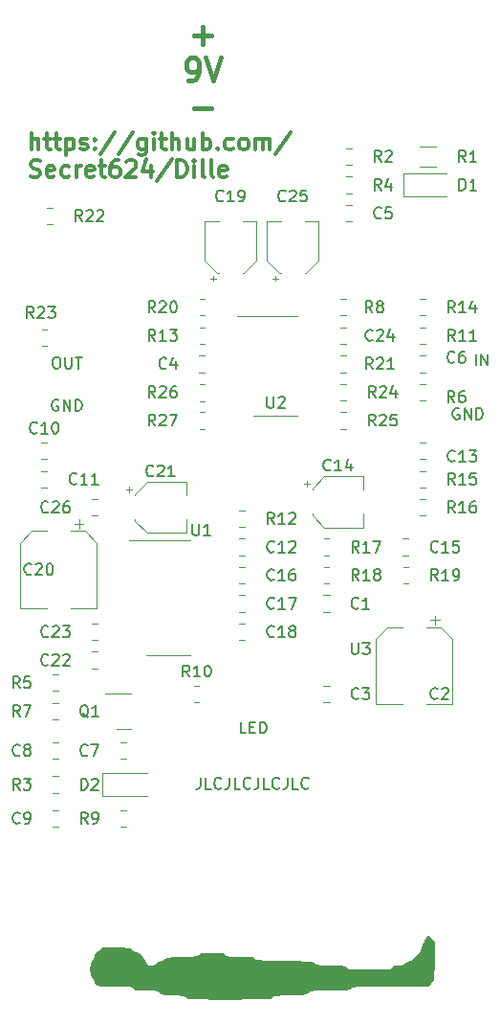
<source format=gbr>
%TF.GenerationSoftware,KiCad,Pcbnew,7.0.1*%
%TF.CreationDate,2023-11-18T18:10:11+02:00*%
%TF.ProjectId,Dille,44696c6c-652e-46b6-9963-61645f706362,rev?*%
%TF.SameCoordinates,Original*%
%TF.FileFunction,Legend,Top*%
%TF.FilePolarity,Positive*%
%FSLAX46Y46*%
G04 Gerber Fmt 4.6, Leading zero omitted, Abs format (unit mm)*
G04 Created by KiCad (PCBNEW 7.0.1) date 2023-11-18 18:10:11*
%MOMM*%
%LPD*%
G01*
G04 APERTURE LIST*
%ADD10C,0.000000*%
%ADD11C,0.160000*%
%ADD12C,0.150000*%
%ADD13C,0.400000*%
%ADD14C,0.300000*%
%ADD15C,0.120000*%
G04 APERTURE END LIST*
D10*
G36*
X84511779Y-126859798D02*
G01*
X84516821Y-126860936D01*
X84528629Y-126865391D01*
X84542608Y-126872611D01*
X84558602Y-126882427D01*
X84576456Y-126894672D01*
X84596016Y-126909178D01*
X84617126Y-126925777D01*
X84639631Y-126944301D01*
X84688207Y-126986452D01*
X84740504Y-127034287D01*
X84795281Y-127086463D01*
X84851298Y-127141636D01*
X85107062Y-127432678D01*
X85071783Y-129108372D01*
X85036505Y-130784066D01*
X84780741Y-131066288D01*
X84524977Y-131357330D01*
X81200049Y-131357330D01*
X80160439Y-131358019D01*
X79732638Y-131359191D01*
X79360505Y-131361189D01*
X79039790Y-131364221D01*
X78766243Y-131368493D01*
X78535613Y-131374211D01*
X78435064Y-131377678D01*
X78343650Y-131381584D01*
X78260841Y-131385955D01*
X78186104Y-131390817D01*
X78118909Y-131396195D01*
X78058724Y-131402117D01*
X78005018Y-131408606D01*
X77957260Y-131415690D01*
X77914918Y-131423394D01*
X77877461Y-131431744D01*
X77844357Y-131440766D01*
X77815076Y-131450486D01*
X77789087Y-131460929D01*
X77765857Y-131472121D01*
X77744855Y-131484088D01*
X77725551Y-131496857D01*
X77707413Y-131510452D01*
X77689909Y-131524900D01*
X77657862Y-131551492D01*
X77623281Y-131575164D01*
X77584257Y-131596097D01*
X77538877Y-131614472D01*
X77485228Y-131630470D01*
X77421399Y-131644272D01*
X77345477Y-131656059D01*
X77255551Y-131666011D01*
X77026039Y-131681135D01*
X76717565Y-131691091D01*
X76314833Y-131697327D01*
X75802548Y-131701289D01*
X75267697Y-131705320D01*
X75046974Y-131708227D01*
X74854182Y-131712038D01*
X74686918Y-131716986D01*
X74542780Y-131723303D01*
X74478632Y-131727048D01*
X74419364Y-131731222D01*
X74364676Y-131735855D01*
X74314267Y-131740976D01*
X74267837Y-131746614D01*
X74225086Y-131752797D01*
X74185714Y-131759556D01*
X74149419Y-131766918D01*
X74115902Y-131774913D01*
X74084862Y-131783571D01*
X74055999Y-131792919D01*
X74029013Y-131802988D01*
X74003603Y-131813806D01*
X73979468Y-131825403D01*
X73956309Y-131837807D01*
X73933825Y-131851047D01*
X73911716Y-131865153D01*
X73889680Y-131880154D01*
X73844632Y-131912955D01*
X73757522Y-131971987D01*
X73712954Y-131996536D01*
X73665349Y-132018100D01*
X73612938Y-132036925D01*
X73553952Y-132053257D01*
X73486619Y-132067341D01*
X73409171Y-132079422D01*
X73319838Y-132089747D01*
X73216849Y-132098560D01*
X72962825Y-132112633D01*
X72632940Y-132123606D01*
X72213034Y-132133441D01*
X71995631Y-132138335D01*
X71802103Y-132143243D01*
X71630899Y-132148382D01*
X71480469Y-132153974D01*
X71349263Y-132160238D01*
X71290384Y-132163690D01*
X71235729Y-132167393D01*
X71185106Y-132171373D01*
X71138319Y-132175659D01*
X71095176Y-132180277D01*
X71055482Y-132185255D01*
X71019044Y-132190621D01*
X70985667Y-132196402D01*
X70955159Y-132202626D01*
X70927324Y-132209319D01*
X70901971Y-132216510D01*
X70878904Y-132224226D01*
X70857929Y-132232494D01*
X70838854Y-132241342D01*
X70821485Y-132250796D01*
X70805626Y-132260886D01*
X70791086Y-132271638D01*
X70777670Y-132283079D01*
X70765183Y-132295237D01*
X70753433Y-132308140D01*
X70742226Y-132321815D01*
X70731367Y-132336289D01*
X70680173Y-132389068D01*
X70641063Y-132410703D01*
X70586398Y-132429444D01*
X70410767Y-132459072D01*
X70114006Y-132479605D01*
X69656842Y-132492697D01*
X69000000Y-132500000D01*
X66930188Y-132503859D01*
X65768398Y-132503170D01*
X65291334Y-132501998D01*
X64877186Y-132500000D01*
X64521225Y-132496968D01*
X64218724Y-132492697D01*
X63964954Y-132486978D01*
X63854865Y-132483511D01*
X63755186Y-132479605D01*
X63665326Y-132475234D01*
X63584693Y-132470372D01*
X63512696Y-132464994D01*
X63448745Y-132459072D01*
X63392248Y-132452583D01*
X63342615Y-132445499D01*
X63299253Y-132437794D01*
X63261573Y-132429444D01*
X63228983Y-132420422D01*
X63200892Y-132410703D01*
X63176709Y-132400260D01*
X63155843Y-132389068D01*
X63137703Y-132377100D01*
X63121698Y-132364332D01*
X63107237Y-132350737D01*
X63093728Y-132336289D01*
X63069610Y-132312597D01*
X63042999Y-132291037D01*
X63013055Y-132271467D01*
X62978937Y-132253744D01*
X62939808Y-132237727D01*
X62894825Y-132223272D01*
X62843151Y-132210239D01*
X62783945Y-132198485D01*
X62716367Y-132187867D01*
X62639578Y-132178245D01*
X62455007Y-132161416D01*
X62223514Y-132146860D01*
X61938381Y-132133441D01*
X61778507Y-132126893D01*
X61635454Y-132120333D01*
X61508058Y-132113539D01*
X61395158Y-132106294D01*
X61295591Y-132098377D01*
X61208193Y-132089568D01*
X61168694Y-132084761D01*
X61131802Y-132079648D01*
X61097371Y-132074203D01*
X61065256Y-132068398D01*
X61035311Y-132062205D01*
X61007391Y-132055597D01*
X60981351Y-132048547D01*
X60957045Y-132041027D01*
X60934329Y-132033009D01*
X60913056Y-132024466D01*
X60893081Y-132015372D01*
X60874260Y-132005697D01*
X60856446Y-131995415D01*
X60839494Y-131984499D01*
X60823260Y-131972921D01*
X60807597Y-131960653D01*
X60792360Y-131947668D01*
X60777405Y-131933938D01*
X60747755Y-131904136D01*
X60716937Y-131872889D01*
X60686416Y-131845156D01*
X60654835Y-131820730D01*
X60620839Y-131799405D01*
X60583070Y-131780974D01*
X60540172Y-131765230D01*
X60490789Y-131751966D01*
X60433563Y-131740976D01*
X60367140Y-131732053D01*
X60290161Y-131724991D01*
X60099113Y-131715620D01*
X59849568Y-131711210D01*
X59530672Y-131710108D01*
X59364899Y-131709871D01*
X59217341Y-131709040D01*
X59086785Y-131707434D01*
X58972016Y-131704871D01*
X58920172Y-131703175D01*
X58871819Y-131701172D01*
X58826807Y-131698840D01*
X58784982Y-131696155D01*
X58746193Y-131693096D01*
X58710288Y-131689640D01*
X58677115Y-131685763D01*
X58646523Y-131681445D01*
X58618360Y-131676661D01*
X58592474Y-131671389D01*
X58568713Y-131665607D01*
X58546926Y-131659293D01*
X58526960Y-131652422D01*
X58508664Y-131644974D01*
X58491885Y-131636925D01*
X58476473Y-131628252D01*
X58462276Y-131618934D01*
X58449141Y-131608947D01*
X58436917Y-131598269D01*
X58425452Y-131586877D01*
X58414594Y-131574749D01*
X58404191Y-131561861D01*
X58394092Y-131548192D01*
X58384145Y-131533719D01*
X58365572Y-131504124D01*
X58345112Y-131478029D01*
X58321087Y-131455216D01*
X58291816Y-131435465D01*
X58255621Y-131418556D01*
X58210822Y-131404270D01*
X58155739Y-131392386D01*
X58088693Y-131382686D01*
X58008005Y-131374950D01*
X57911994Y-131368958D01*
X57667289Y-131361327D01*
X57341142Y-131358037D01*
X56920117Y-131357330D01*
X56612681Y-131356945D01*
X56340411Y-131355487D01*
X56101058Y-131352505D01*
X55892376Y-131347546D01*
X55798834Y-131344184D01*
X55712116Y-131340159D01*
X55631941Y-131335413D01*
X55558029Y-131329890D01*
X55490099Y-131323534D01*
X55427869Y-131316288D01*
X55371059Y-131308096D01*
X55319388Y-131298901D01*
X55272574Y-131288647D01*
X55230336Y-131277277D01*
X55192394Y-131264734D01*
X55158467Y-131250963D01*
X55128274Y-131235906D01*
X55101533Y-131219507D01*
X55077963Y-131201710D01*
X55057285Y-131182457D01*
X55039216Y-131161693D01*
X55023475Y-131139361D01*
X55009783Y-131115405D01*
X54997857Y-131089767D01*
X54987417Y-131062392D01*
X54978181Y-131033222D01*
X54969869Y-131002202D01*
X54962200Y-130969275D01*
X54956333Y-130940683D01*
X54948747Y-130911277D01*
X54939585Y-130881276D01*
X54928989Y-130850901D01*
X54917102Y-130820372D01*
X54904064Y-130789906D01*
X54890019Y-130759725D01*
X54875108Y-130730048D01*
X54859474Y-130701094D01*
X54843258Y-130673083D01*
X54826604Y-130646235D01*
X54809652Y-130620769D01*
X54792545Y-130596905D01*
X54775425Y-130574863D01*
X54758434Y-130554862D01*
X54741714Y-130537122D01*
X54719312Y-130513474D01*
X54698405Y-130485710D01*
X54678990Y-130454106D01*
X54661065Y-130418938D01*
X54644625Y-130380482D01*
X54629667Y-130339014D01*
X54604186Y-130248147D01*
X54584596Y-130148548D01*
X54570872Y-130042424D01*
X54562987Y-129931985D01*
X54560916Y-129819440D01*
X54564632Y-129706998D01*
X54574110Y-129596869D01*
X54589325Y-129491262D01*
X54610249Y-129392386D01*
X54636858Y-129302449D01*
X54652286Y-129261524D01*
X54669126Y-129223662D01*
X54687374Y-129189140D01*
X54707026Y-129158234D01*
X54728081Y-129131219D01*
X54750533Y-129108372D01*
X54768502Y-129090837D01*
X54785966Y-129071441D01*
X54802836Y-129050391D01*
X54819022Y-129027895D01*
X54834432Y-129004158D01*
X54848977Y-128979388D01*
X54862566Y-128953791D01*
X54875108Y-128927573D01*
X54886513Y-128900943D01*
X54896692Y-128874106D01*
X54905552Y-128847268D01*
X54913004Y-128820638D01*
X54918958Y-128794421D01*
X54923322Y-128768823D01*
X54926007Y-128744053D01*
X54926922Y-128720317D01*
X54928078Y-128687633D01*
X54931625Y-128655635D01*
X54937677Y-128624179D01*
X54946353Y-128593123D01*
X54957767Y-128562326D01*
X54972036Y-128531646D01*
X54989276Y-128500939D01*
X55009605Y-128470065D01*
X55033137Y-128438880D01*
X55059989Y-128407243D01*
X55090278Y-128375012D01*
X55124120Y-128342045D01*
X55161630Y-128308199D01*
X55202926Y-128273332D01*
X55248124Y-128237303D01*
X55297339Y-128199969D01*
X55667756Y-127917747D01*
X56884839Y-127917747D01*
X57080420Y-127917984D01*
X57254722Y-127918815D01*
X57409207Y-127920421D01*
X57545333Y-127922984D01*
X57664561Y-127926683D01*
X57768351Y-127931700D01*
X57814913Y-127934759D01*
X57858163Y-127938215D01*
X57898283Y-127942092D01*
X57935456Y-127946410D01*
X57969864Y-127951194D01*
X58001690Y-127956466D01*
X58031116Y-127962247D01*
X58058325Y-127968562D01*
X58083499Y-127975432D01*
X58106821Y-127982881D01*
X58128473Y-127990930D01*
X58148638Y-127999602D01*
X58167498Y-128008921D01*
X58185236Y-128018908D01*
X58202033Y-128029586D01*
X58218074Y-128040978D01*
X58233539Y-128053106D01*
X58248612Y-128065994D01*
X58263475Y-128079663D01*
X58278311Y-128094136D01*
X58297703Y-128112410D01*
X58319342Y-128130774D01*
X58342997Y-128149113D01*
X58368435Y-128167310D01*
X58395423Y-128185248D01*
X58423728Y-128202811D01*
X58453119Y-128219884D01*
X58483363Y-128236349D01*
X58514227Y-128252091D01*
X58545478Y-128266993D01*
X58576885Y-128280940D01*
X58608213Y-128293814D01*
X58639232Y-128305499D01*
X58669709Y-128315879D01*
X58699410Y-128324839D01*
X58728103Y-128332261D01*
X58777807Y-128344969D01*
X58827666Y-128363232D01*
X58877629Y-128387025D01*
X58927643Y-128416321D01*
X58977657Y-128451095D01*
X59027619Y-128491321D01*
X59077479Y-128536973D01*
X59127183Y-128588025D01*
X59176680Y-128644451D01*
X59225919Y-128706226D01*
X59274848Y-128773323D01*
X59323416Y-128845718D01*
X59371569Y-128923383D01*
X59419258Y-129006294D01*
X59466430Y-129094424D01*
X59513033Y-129187747D01*
X59529354Y-129219191D01*
X59546858Y-129249022D01*
X59565489Y-129277233D01*
X59585191Y-129303812D01*
X59605907Y-129328751D01*
X59627581Y-129352039D01*
X59650156Y-129373667D01*
X59673575Y-129393626D01*
X59697783Y-129411905D01*
X59722722Y-129428494D01*
X59748336Y-129443385D01*
X59774568Y-129456568D01*
X59801363Y-129468032D01*
X59828663Y-129477768D01*
X59856412Y-129485766D01*
X59884553Y-129492018D01*
X59913030Y-129496512D01*
X59941787Y-129499239D01*
X59970766Y-129500191D01*
X59999912Y-129499356D01*
X60029168Y-129496725D01*
X60058476Y-129492289D01*
X60087782Y-129486038D01*
X60117028Y-129477962D01*
X60146158Y-129468051D01*
X60175114Y-129456296D01*
X60203842Y-129442688D01*
X60232284Y-129427215D01*
X60260383Y-129409870D01*
X60288083Y-129390641D01*
X60315328Y-129369520D01*
X60342061Y-129346497D01*
X60361550Y-129328225D01*
X60383454Y-129309875D01*
X60407503Y-129291578D01*
X60433425Y-129273461D01*
X60460950Y-129255654D01*
X60489804Y-129238287D01*
X60519719Y-129221488D01*
X60550421Y-129205386D01*
X60581640Y-129190111D01*
X60613105Y-129175793D01*
X60644543Y-129162559D01*
X60675685Y-129150540D01*
X60706258Y-129139865D01*
X60735991Y-129130662D01*
X60764613Y-129123061D01*
X60791853Y-129117191D01*
X60820348Y-129109873D01*
X60849490Y-129101223D01*
X60879096Y-129091360D01*
X60908986Y-129080398D01*
X60938980Y-129068454D01*
X60968896Y-129055645D01*
X60998554Y-129042086D01*
X61027773Y-129027895D01*
X61056372Y-129013186D01*
X61084169Y-128998077D01*
X61110985Y-128982684D01*
X61136638Y-128967123D01*
X61160948Y-128951510D01*
X61183733Y-128935962D01*
X61204812Y-128920595D01*
X61224006Y-128905525D01*
X61250535Y-128883390D01*
X61281212Y-128863219D01*
X61317082Y-128844908D01*
X61359192Y-128828355D01*
X61408588Y-128813454D01*
X61466317Y-128800105D01*
X61533425Y-128788202D01*
X61610959Y-128777643D01*
X61801490Y-128760142D01*
X62046281Y-128746775D01*
X62353704Y-128736715D01*
X62732130Y-128729136D01*
X62945180Y-128724145D01*
X63135517Y-128718973D01*
X63304615Y-128713439D01*
X63453947Y-128707363D01*
X63584986Y-128700563D01*
X63699204Y-128692859D01*
X63798074Y-128684070D01*
X63842213Y-128679212D01*
X63883069Y-128674014D01*
X63920823Y-128668455D01*
X63955661Y-128662512D01*
X63987767Y-128656162D01*
X64017324Y-128649382D01*
X64044517Y-128642150D01*
X64069530Y-128634443D01*
X64092547Y-128626239D01*
X64113752Y-128617515D01*
X64133330Y-128608248D01*
X64151463Y-128598416D01*
X64168337Y-128587997D01*
X64184136Y-128576966D01*
X64199043Y-128565303D01*
X64213243Y-128552984D01*
X64226919Y-128539987D01*
X64240257Y-128526289D01*
X64265337Y-128499699D01*
X64291657Y-128476042D01*
X64320251Y-128455150D01*
X64352153Y-128436854D01*
X64388395Y-128420987D01*
X64430012Y-128407381D01*
X64478036Y-128395868D01*
X64533502Y-128386280D01*
X64597443Y-128378449D01*
X64670893Y-128372207D01*
X64850451Y-128363818D01*
X65080446Y-128359770D01*
X65369145Y-128358719D01*
X65524258Y-128358956D01*
X65662925Y-128359787D01*
X65786271Y-128361394D01*
X65895418Y-128363956D01*
X65991491Y-128367655D01*
X66075613Y-128372672D01*
X66113545Y-128375731D01*
X66148910Y-128379188D01*
X66181850Y-128383064D01*
X66212504Y-128387383D01*
X66241014Y-128392166D01*
X66267520Y-128397438D01*
X66292163Y-128403220D01*
X66315082Y-128409535D01*
X66336419Y-128416405D01*
X66356313Y-128423853D01*
X66374906Y-128431902D01*
X66392338Y-128440575D01*
X66408750Y-128449893D01*
X66424281Y-128459880D01*
X66439072Y-128470558D01*
X66453265Y-128481950D01*
X66466999Y-128494079D01*
X66480414Y-128506966D01*
X66493653Y-128520635D01*
X66506853Y-128535108D01*
X66531787Y-128563250D01*
X66557910Y-128588266D01*
X66586616Y-128610336D01*
X66619301Y-128629641D01*
X66657361Y-128646363D01*
X66702190Y-128660682D01*
X66755185Y-128672778D01*
X66817739Y-128682834D01*
X66891249Y-128691029D01*
X66977109Y-128697544D01*
X67191463Y-128706260D01*
X67471962Y-128710429D01*
X67829769Y-128711497D01*
X68014773Y-128711732D01*
X68180360Y-128712548D01*
X68327782Y-128714113D01*
X68458293Y-128716596D01*
X68573146Y-128720164D01*
X68673595Y-128724984D01*
X68718809Y-128727917D01*
X68760891Y-128731227D01*
X68799999Y-128734933D01*
X68836290Y-128739058D01*
X68869918Y-128743622D01*
X68901042Y-128748646D01*
X68929818Y-128754151D01*
X68956403Y-128760159D01*
X68980953Y-128766690D01*
X69003625Y-128773765D01*
X69024575Y-128781405D01*
X69043960Y-128789632D01*
X69061937Y-128798465D01*
X69078663Y-128807927D01*
X69094294Y-128818038D01*
X69108986Y-128828820D01*
X69122897Y-128840292D01*
X69136183Y-128852477D01*
X69149001Y-128865395D01*
X69161507Y-128879067D01*
X69187819Y-128905665D01*
X69219040Y-128929382D01*
X69258013Y-128950438D01*
X69307579Y-128969052D01*
X69370581Y-128985445D01*
X69449861Y-128999834D01*
X69668625Y-129023485D01*
X69986607Y-129041761D01*
X70426545Y-129056420D01*
X71763241Y-129081914D01*
X72536252Y-129097210D01*
X72855191Y-129104393D01*
X73133563Y-129111679D01*
X73374728Y-129119379D01*
X73582046Y-129127802D01*
X73758874Y-129137259D01*
X73908572Y-129148059D01*
X73974297Y-129154060D01*
X74034499Y-129160513D01*
X74089598Y-129167457D01*
X74140013Y-129174931D01*
X74186166Y-129182973D01*
X74228475Y-129191623D01*
X74267361Y-129200918D01*
X74303242Y-129210898D01*
X74336540Y-129221602D01*
X74367675Y-129233067D01*
X74397065Y-129245334D01*
X74425130Y-129258440D01*
X74452292Y-129272425D01*
X74478969Y-129287328D01*
X74532549Y-129320039D01*
X74631630Y-129376108D01*
X74680757Y-129399356D01*
X74731537Y-129419671D01*
X74785418Y-129437247D01*
X74843847Y-129452279D01*
X74908270Y-129464959D01*
X74980135Y-129475481D01*
X75060888Y-129484040D01*
X75151976Y-129490829D01*
X75370946Y-129499873D01*
X75648621Y-129504162D01*
X75996575Y-129505247D01*
X76182735Y-129505484D01*
X76348561Y-129506315D01*
X76495421Y-129507921D01*
X76624686Y-129510484D01*
X76737724Y-129514183D01*
X76788586Y-129516515D01*
X76835905Y-129519200D01*
X76879852Y-129522259D01*
X76920598Y-129525715D01*
X76958315Y-129529592D01*
X76993173Y-129533910D01*
X77025345Y-129538694D01*
X77055000Y-129543966D01*
X77082310Y-129549748D01*
X77107447Y-129556062D01*
X77130581Y-129562933D01*
X77151884Y-129570381D01*
X77171527Y-129578430D01*
X77189681Y-129587103D01*
X77206518Y-129596421D01*
X77222207Y-129606408D01*
X77236922Y-129617086D01*
X77250832Y-129628478D01*
X77264109Y-129640607D01*
X77276924Y-129653494D01*
X77289449Y-129667163D01*
X77301854Y-129681636D01*
X77328510Y-129711231D01*
X77357182Y-129737326D01*
X77390298Y-129760139D01*
X77430287Y-129779890D01*
X77479578Y-129796799D01*
X77540599Y-129811085D01*
X77615779Y-129822969D01*
X77707548Y-129832669D01*
X77950565Y-129846398D01*
X78289081Y-129854028D01*
X79330326Y-129858025D01*
X79645031Y-129857885D01*
X79922710Y-129857318D01*
X80165818Y-129856106D01*
X80376808Y-129854028D01*
X80471027Y-129852596D01*
X80558136Y-129850865D01*
X80638444Y-129848808D01*
X80712257Y-129846398D01*
X80779882Y-129843606D01*
X80841625Y-129840405D01*
X80897793Y-129836769D01*
X80948694Y-129832669D01*
X80994634Y-129828078D01*
X81035919Y-129822969D01*
X81072858Y-129817314D01*
X81105756Y-129811085D01*
X81134920Y-129804256D01*
X81148198Y-129800608D01*
X81160657Y-129796799D01*
X81172337Y-129792826D01*
X81183275Y-129788686D01*
X81193510Y-129784375D01*
X81203079Y-129779890D01*
X81212023Y-129775227D01*
X81220377Y-129770383D01*
X81228182Y-129765355D01*
X81235476Y-129760139D01*
X81242296Y-129754731D01*
X81248682Y-129749129D01*
X81254671Y-129743328D01*
X81260302Y-129737326D01*
X81270643Y-129724703D01*
X81280012Y-129711231D01*
X81288715Y-129696885D01*
X81297060Y-129681636D01*
X81310852Y-129656401D01*
X81325948Y-129633543D01*
X81342620Y-129612958D01*
X81361140Y-129594544D01*
X81381778Y-129578197D01*
X81404807Y-129563814D01*
X81430497Y-129551291D01*
X81459119Y-129540525D01*
X81490946Y-129531413D01*
X81526247Y-129523851D01*
X81565295Y-129517736D01*
X81608361Y-129512964D01*
X81655716Y-129509433D01*
X81707631Y-129507039D01*
X81764378Y-129505678D01*
X81826228Y-129505247D01*
X81882574Y-129504722D01*
X81935937Y-129503111D01*
X81986431Y-129500364D01*
X82034174Y-129496428D01*
X82079281Y-129491252D01*
X82121869Y-129484783D01*
X82162054Y-129476972D01*
X82199952Y-129467765D01*
X82235680Y-129457111D01*
X82269354Y-129444958D01*
X82301089Y-129431255D01*
X82331004Y-129415950D01*
X82359213Y-129398992D01*
X82385833Y-129380328D01*
X82410980Y-129359907D01*
X82434771Y-129337678D01*
X82452306Y-129321055D01*
X82471702Y-129304329D01*
X82492751Y-129287603D01*
X82515247Y-129270981D01*
X82538983Y-129254565D01*
X82563753Y-129238459D01*
X82589350Y-129222766D01*
X82615568Y-129207591D01*
X82642198Y-129193035D01*
X82669036Y-129179203D01*
X82695873Y-129166198D01*
X82722504Y-129154123D01*
X82748722Y-129143081D01*
X82774320Y-129133177D01*
X82799091Y-129124512D01*
X82822829Y-129117191D01*
X82856930Y-129106865D01*
X82892966Y-129092559D01*
X82930753Y-129074481D01*
X82970106Y-129052837D01*
X83052775Y-128999679D01*
X83139501Y-128934739D01*
X83228810Y-128859671D01*
X83319231Y-128776127D01*
X83409290Y-128685762D01*
X83497514Y-128590230D01*
X83582431Y-128491183D01*
X83662569Y-128390276D01*
X83736453Y-128289163D01*
X83802612Y-128189496D01*
X83859572Y-128092930D01*
X83905861Y-128001118D01*
X83940007Y-127915714D01*
X83952065Y-127875932D01*
X83960535Y-127838372D01*
X83966607Y-127804009D01*
X83974797Y-127767282D01*
X83984951Y-127728514D01*
X83996914Y-127688028D01*
X84010531Y-127646146D01*
X84025646Y-127603193D01*
X84042105Y-127559489D01*
X84059752Y-127515360D01*
X84097993Y-127427114D01*
X84139128Y-127341038D01*
X84181917Y-127259716D01*
X84203544Y-127221646D01*
X84225119Y-127185733D01*
X84245244Y-127153097D01*
X84265822Y-127121430D01*
X84286684Y-127090874D01*
X84307662Y-127061572D01*
X84328588Y-127033664D01*
X84349295Y-127007294D01*
X84369615Y-126982604D01*
X84389378Y-126959735D01*
X84408419Y-126938829D01*
X84426568Y-126920030D01*
X84443658Y-126903478D01*
X84459520Y-126889317D01*
X84473987Y-126877688D01*
X84486891Y-126868733D01*
X84492704Y-126865302D01*
X84498064Y-126862594D01*
X84502949Y-126860625D01*
X84507338Y-126859414D01*
X84511779Y-126859798D01*
G37*
D11*
X64323809Y-112877619D02*
X64323809Y-113591904D01*
X64323809Y-113591904D02*
X64276190Y-113734761D01*
X64276190Y-113734761D02*
X64180952Y-113830000D01*
X64180952Y-113830000D02*
X64038095Y-113877619D01*
X64038095Y-113877619D02*
X63942857Y-113877619D01*
X65276190Y-113877619D02*
X64800000Y-113877619D01*
X64800000Y-113877619D02*
X64800000Y-112877619D01*
X66180952Y-113782380D02*
X66133333Y-113830000D01*
X66133333Y-113830000D02*
X65990476Y-113877619D01*
X65990476Y-113877619D02*
X65895238Y-113877619D01*
X65895238Y-113877619D02*
X65752381Y-113830000D01*
X65752381Y-113830000D02*
X65657143Y-113734761D01*
X65657143Y-113734761D02*
X65609524Y-113639523D01*
X65609524Y-113639523D02*
X65561905Y-113449047D01*
X65561905Y-113449047D02*
X65561905Y-113306190D01*
X65561905Y-113306190D02*
X65609524Y-113115714D01*
X65609524Y-113115714D02*
X65657143Y-113020476D01*
X65657143Y-113020476D02*
X65752381Y-112925238D01*
X65752381Y-112925238D02*
X65895238Y-112877619D01*
X65895238Y-112877619D02*
X65990476Y-112877619D01*
X65990476Y-112877619D02*
X66133333Y-112925238D01*
X66133333Y-112925238D02*
X66180952Y-112972857D01*
X66895238Y-112877619D02*
X66895238Y-113591904D01*
X66895238Y-113591904D02*
X66847619Y-113734761D01*
X66847619Y-113734761D02*
X66752381Y-113830000D01*
X66752381Y-113830000D02*
X66609524Y-113877619D01*
X66609524Y-113877619D02*
X66514286Y-113877619D01*
X67847619Y-113877619D02*
X67371429Y-113877619D01*
X67371429Y-113877619D02*
X67371429Y-112877619D01*
X68752381Y-113782380D02*
X68704762Y-113830000D01*
X68704762Y-113830000D02*
X68561905Y-113877619D01*
X68561905Y-113877619D02*
X68466667Y-113877619D01*
X68466667Y-113877619D02*
X68323810Y-113830000D01*
X68323810Y-113830000D02*
X68228572Y-113734761D01*
X68228572Y-113734761D02*
X68180953Y-113639523D01*
X68180953Y-113639523D02*
X68133334Y-113449047D01*
X68133334Y-113449047D02*
X68133334Y-113306190D01*
X68133334Y-113306190D02*
X68180953Y-113115714D01*
X68180953Y-113115714D02*
X68228572Y-113020476D01*
X68228572Y-113020476D02*
X68323810Y-112925238D01*
X68323810Y-112925238D02*
X68466667Y-112877619D01*
X68466667Y-112877619D02*
X68561905Y-112877619D01*
X68561905Y-112877619D02*
X68704762Y-112925238D01*
X68704762Y-112925238D02*
X68752381Y-112972857D01*
X69466667Y-112877619D02*
X69466667Y-113591904D01*
X69466667Y-113591904D02*
X69419048Y-113734761D01*
X69419048Y-113734761D02*
X69323810Y-113830000D01*
X69323810Y-113830000D02*
X69180953Y-113877619D01*
X69180953Y-113877619D02*
X69085715Y-113877619D01*
X70419048Y-113877619D02*
X69942858Y-113877619D01*
X69942858Y-113877619D02*
X69942858Y-112877619D01*
X71323810Y-113782380D02*
X71276191Y-113830000D01*
X71276191Y-113830000D02*
X71133334Y-113877619D01*
X71133334Y-113877619D02*
X71038096Y-113877619D01*
X71038096Y-113877619D02*
X70895239Y-113830000D01*
X70895239Y-113830000D02*
X70800001Y-113734761D01*
X70800001Y-113734761D02*
X70752382Y-113639523D01*
X70752382Y-113639523D02*
X70704763Y-113449047D01*
X70704763Y-113449047D02*
X70704763Y-113306190D01*
X70704763Y-113306190D02*
X70752382Y-113115714D01*
X70752382Y-113115714D02*
X70800001Y-113020476D01*
X70800001Y-113020476D02*
X70895239Y-112925238D01*
X70895239Y-112925238D02*
X71038096Y-112877619D01*
X71038096Y-112877619D02*
X71133334Y-112877619D01*
X71133334Y-112877619D02*
X71276191Y-112925238D01*
X71276191Y-112925238D02*
X71323810Y-112972857D01*
X72038096Y-112877619D02*
X72038096Y-113591904D01*
X72038096Y-113591904D02*
X71990477Y-113734761D01*
X71990477Y-113734761D02*
X71895239Y-113830000D01*
X71895239Y-113830000D02*
X71752382Y-113877619D01*
X71752382Y-113877619D02*
X71657144Y-113877619D01*
X72990477Y-113877619D02*
X72514287Y-113877619D01*
X72514287Y-113877619D02*
X72514287Y-112877619D01*
X73895239Y-113782380D02*
X73847620Y-113830000D01*
X73847620Y-113830000D02*
X73704763Y-113877619D01*
X73704763Y-113877619D02*
X73609525Y-113877619D01*
X73609525Y-113877619D02*
X73466668Y-113830000D01*
X73466668Y-113830000D02*
X73371430Y-113734761D01*
X73371430Y-113734761D02*
X73323811Y-113639523D01*
X73323811Y-113639523D02*
X73276192Y-113449047D01*
X73276192Y-113449047D02*
X73276192Y-113306190D01*
X73276192Y-113306190D02*
X73323811Y-113115714D01*
X73323811Y-113115714D02*
X73371430Y-113020476D01*
X73371430Y-113020476D02*
X73466668Y-112925238D01*
X73466668Y-112925238D02*
X73609525Y-112877619D01*
X73609525Y-112877619D02*
X73704763Y-112877619D01*
X73704763Y-112877619D02*
X73847620Y-112925238D01*
X73847620Y-112925238D02*
X73895239Y-112972857D01*
D12*
X68357142Y-108962619D02*
X67880952Y-108962619D01*
X67880952Y-108962619D02*
X67880952Y-107962619D01*
X68690476Y-108438809D02*
X69023809Y-108438809D01*
X69166666Y-108962619D02*
X68690476Y-108962619D01*
X68690476Y-108962619D02*
X68690476Y-107962619D01*
X68690476Y-107962619D02*
X69166666Y-107962619D01*
X69595238Y-108962619D02*
X69595238Y-107962619D01*
X69595238Y-107962619D02*
X69833333Y-107962619D01*
X69833333Y-107962619D02*
X69976190Y-108010238D01*
X69976190Y-108010238D02*
X70071428Y-108105476D01*
X70071428Y-108105476D02*
X70119047Y-108200714D01*
X70119047Y-108200714D02*
X70166666Y-108391190D01*
X70166666Y-108391190D02*
X70166666Y-108534047D01*
X70166666Y-108534047D02*
X70119047Y-108724523D01*
X70119047Y-108724523D02*
X70071428Y-108819761D01*
X70071428Y-108819761D02*
X69976190Y-108915000D01*
X69976190Y-108915000D02*
X69833333Y-108962619D01*
X69833333Y-108962619D02*
X69595238Y-108962619D01*
D13*
X63738095Y-47263333D02*
X65261905Y-47263333D01*
X64500000Y-48025238D02*
X64500000Y-46501428D01*
X63261904Y-51265238D02*
X63642856Y-51265238D01*
X63642856Y-51265238D02*
X63833333Y-51170000D01*
X63833333Y-51170000D02*
X63928571Y-51074761D01*
X63928571Y-51074761D02*
X64119047Y-50789047D01*
X64119047Y-50789047D02*
X64214285Y-50408095D01*
X64214285Y-50408095D02*
X64214285Y-49646190D01*
X64214285Y-49646190D02*
X64119047Y-49455714D01*
X64119047Y-49455714D02*
X64023809Y-49360476D01*
X64023809Y-49360476D02*
X63833333Y-49265238D01*
X63833333Y-49265238D02*
X63452380Y-49265238D01*
X63452380Y-49265238D02*
X63261904Y-49360476D01*
X63261904Y-49360476D02*
X63166666Y-49455714D01*
X63166666Y-49455714D02*
X63071428Y-49646190D01*
X63071428Y-49646190D02*
X63071428Y-50122380D01*
X63071428Y-50122380D02*
X63166666Y-50312857D01*
X63166666Y-50312857D02*
X63261904Y-50408095D01*
X63261904Y-50408095D02*
X63452380Y-50503333D01*
X63452380Y-50503333D02*
X63833333Y-50503333D01*
X63833333Y-50503333D02*
X64023809Y-50408095D01*
X64023809Y-50408095D02*
X64119047Y-50312857D01*
X64119047Y-50312857D02*
X64214285Y-50122380D01*
X64785714Y-49265238D02*
X65452380Y-51265238D01*
X65452380Y-51265238D02*
X66119047Y-49265238D01*
X63738095Y-53743333D02*
X65261905Y-53743333D01*
D14*
X49357142Y-57386428D02*
X49357142Y-55886428D01*
X50000000Y-57386428D02*
X50000000Y-56600714D01*
X50000000Y-56600714D02*
X49928571Y-56457857D01*
X49928571Y-56457857D02*
X49785714Y-56386428D01*
X49785714Y-56386428D02*
X49571428Y-56386428D01*
X49571428Y-56386428D02*
X49428571Y-56457857D01*
X49428571Y-56457857D02*
X49357142Y-56529285D01*
X50500000Y-56386428D02*
X51071428Y-56386428D01*
X50714285Y-55886428D02*
X50714285Y-57172142D01*
X50714285Y-57172142D02*
X50785714Y-57315000D01*
X50785714Y-57315000D02*
X50928571Y-57386428D01*
X50928571Y-57386428D02*
X51071428Y-57386428D01*
X51357143Y-56386428D02*
X51928571Y-56386428D01*
X51571428Y-55886428D02*
X51571428Y-57172142D01*
X51571428Y-57172142D02*
X51642857Y-57315000D01*
X51642857Y-57315000D02*
X51785714Y-57386428D01*
X51785714Y-57386428D02*
X51928571Y-57386428D01*
X52428571Y-56386428D02*
X52428571Y-57886428D01*
X52428571Y-56457857D02*
X52571429Y-56386428D01*
X52571429Y-56386428D02*
X52857143Y-56386428D01*
X52857143Y-56386428D02*
X53000000Y-56457857D01*
X53000000Y-56457857D02*
X53071429Y-56529285D01*
X53071429Y-56529285D02*
X53142857Y-56672142D01*
X53142857Y-56672142D02*
X53142857Y-57100714D01*
X53142857Y-57100714D02*
X53071429Y-57243571D01*
X53071429Y-57243571D02*
X53000000Y-57315000D01*
X53000000Y-57315000D02*
X52857143Y-57386428D01*
X52857143Y-57386428D02*
X52571429Y-57386428D01*
X52571429Y-57386428D02*
X52428571Y-57315000D01*
X53714286Y-57315000D02*
X53857143Y-57386428D01*
X53857143Y-57386428D02*
X54142857Y-57386428D01*
X54142857Y-57386428D02*
X54285714Y-57315000D01*
X54285714Y-57315000D02*
X54357143Y-57172142D01*
X54357143Y-57172142D02*
X54357143Y-57100714D01*
X54357143Y-57100714D02*
X54285714Y-56957857D01*
X54285714Y-56957857D02*
X54142857Y-56886428D01*
X54142857Y-56886428D02*
X53928572Y-56886428D01*
X53928572Y-56886428D02*
X53785714Y-56815000D01*
X53785714Y-56815000D02*
X53714286Y-56672142D01*
X53714286Y-56672142D02*
X53714286Y-56600714D01*
X53714286Y-56600714D02*
X53785714Y-56457857D01*
X53785714Y-56457857D02*
X53928572Y-56386428D01*
X53928572Y-56386428D02*
X54142857Y-56386428D01*
X54142857Y-56386428D02*
X54285714Y-56457857D01*
X55000000Y-57243571D02*
X55071429Y-57315000D01*
X55071429Y-57315000D02*
X55000000Y-57386428D01*
X55000000Y-57386428D02*
X54928572Y-57315000D01*
X54928572Y-57315000D02*
X55000000Y-57243571D01*
X55000000Y-57243571D02*
X55000000Y-57386428D01*
X55000000Y-56457857D02*
X55071429Y-56529285D01*
X55071429Y-56529285D02*
X55000000Y-56600714D01*
X55000000Y-56600714D02*
X54928572Y-56529285D01*
X54928572Y-56529285D02*
X55000000Y-56457857D01*
X55000000Y-56457857D02*
X55000000Y-56600714D01*
X56785715Y-55815000D02*
X55500001Y-57743571D01*
X58357144Y-55815000D02*
X57071430Y-57743571D01*
X59500002Y-56386428D02*
X59500002Y-57600714D01*
X59500002Y-57600714D02*
X59428573Y-57743571D01*
X59428573Y-57743571D02*
X59357144Y-57815000D01*
X59357144Y-57815000D02*
X59214287Y-57886428D01*
X59214287Y-57886428D02*
X59000002Y-57886428D01*
X59000002Y-57886428D02*
X58857144Y-57815000D01*
X59500002Y-57315000D02*
X59357144Y-57386428D01*
X59357144Y-57386428D02*
X59071430Y-57386428D01*
X59071430Y-57386428D02*
X58928573Y-57315000D01*
X58928573Y-57315000D02*
X58857144Y-57243571D01*
X58857144Y-57243571D02*
X58785716Y-57100714D01*
X58785716Y-57100714D02*
X58785716Y-56672142D01*
X58785716Y-56672142D02*
X58857144Y-56529285D01*
X58857144Y-56529285D02*
X58928573Y-56457857D01*
X58928573Y-56457857D02*
X59071430Y-56386428D01*
X59071430Y-56386428D02*
X59357144Y-56386428D01*
X59357144Y-56386428D02*
X59500002Y-56457857D01*
X60214287Y-57386428D02*
X60214287Y-56386428D01*
X60214287Y-55886428D02*
X60142859Y-55957857D01*
X60142859Y-55957857D02*
X60214287Y-56029285D01*
X60214287Y-56029285D02*
X60285716Y-55957857D01*
X60285716Y-55957857D02*
X60214287Y-55886428D01*
X60214287Y-55886428D02*
X60214287Y-56029285D01*
X60714288Y-56386428D02*
X61285716Y-56386428D01*
X60928573Y-55886428D02*
X60928573Y-57172142D01*
X60928573Y-57172142D02*
X61000002Y-57315000D01*
X61000002Y-57315000D02*
X61142859Y-57386428D01*
X61142859Y-57386428D02*
X61285716Y-57386428D01*
X61785716Y-57386428D02*
X61785716Y-55886428D01*
X62428574Y-57386428D02*
X62428574Y-56600714D01*
X62428574Y-56600714D02*
X62357145Y-56457857D01*
X62357145Y-56457857D02*
X62214288Y-56386428D01*
X62214288Y-56386428D02*
X62000002Y-56386428D01*
X62000002Y-56386428D02*
X61857145Y-56457857D01*
X61857145Y-56457857D02*
X61785716Y-56529285D01*
X63785717Y-56386428D02*
X63785717Y-57386428D01*
X63142859Y-56386428D02*
X63142859Y-57172142D01*
X63142859Y-57172142D02*
X63214288Y-57315000D01*
X63214288Y-57315000D02*
X63357145Y-57386428D01*
X63357145Y-57386428D02*
X63571431Y-57386428D01*
X63571431Y-57386428D02*
X63714288Y-57315000D01*
X63714288Y-57315000D02*
X63785717Y-57243571D01*
X64500002Y-57386428D02*
X64500002Y-55886428D01*
X64500002Y-56457857D02*
X64642860Y-56386428D01*
X64642860Y-56386428D02*
X64928574Y-56386428D01*
X64928574Y-56386428D02*
X65071431Y-56457857D01*
X65071431Y-56457857D02*
X65142860Y-56529285D01*
X65142860Y-56529285D02*
X65214288Y-56672142D01*
X65214288Y-56672142D02*
X65214288Y-57100714D01*
X65214288Y-57100714D02*
X65142860Y-57243571D01*
X65142860Y-57243571D02*
X65071431Y-57315000D01*
X65071431Y-57315000D02*
X64928574Y-57386428D01*
X64928574Y-57386428D02*
X64642860Y-57386428D01*
X64642860Y-57386428D02*
X64500002Y-57315000D01*
X65857145Y-57243571D02*
X65928574Y-57315000D01*
X65928574Y-57315000D02*
X65857145Y-57386428D01*
X65857145Y-57386428D02*
X65785717Y-57315000D01*
X65785717Y-57315000D02*
X65857145Y-57243571D01*
X65857145Y-57243571D02*
X65857145Y-57386428D01*
X67214289Y-57315000D02*
X67071431Y-57386428D01*
X67071431Y-57386428D02*
X66785717Y-57386428D01*
X66785717Y-57386428D02*
X66642860Y-57315000D01*
X66642860Y-57315000D02*
X66571431Y-57243571D01*
X66571431Y-57243571D02*
X66500003Y-57100714D01*
X66500003Y-57100714D02*
X66500003Y-56672142D01*
X66500003Y-56672142D02*
X66571431Y-56529285D01*
X66571431Y-56529285D02*
X66642860Y-56457857D01*
X66642860Y-56457857D02*
X66785717Y-56386428D01*
X66785717Y-56386428D02*
X67071431Y-56386428D01*
X67071431Y-56386428D02*
X67214289Y-56457857D01*
X68071431Y-57386428D02*
X67928574Y-57315000D01*
X67928574Y-57315000D02*
X67857145Y-57243571D01*
X67857145Y-57243571D02*
X67785717Y-57100714D01*
X67785717Y-57100714D02*
X67785717Y-56672142D01*
X67785717Y-56672142D02*
X67857145Y-56529285D01*
X67857145Y-56529285D02*
X67928574Y-56457857D01*
X67928574Y-56457857D02*
X68071431Y-56386428D01*
X68071431Y-56386428D02*
X68285717Y-56386428D01*
X68285717Y-56386428D02*
X68428574Y-56457857D01*
X68428574Y-56457857D02*
X68500003Y-56529285D01*
X68500003Y-56529285D02*
X68571431Y-56672142D01*
X68571431Y-56672142D02*
X68571431Y-57100714D01*
X68571431Y-57100714D02*
X68500003Y-57243571D01*
X68500003Y-57243571D02*
X68428574Y-57315000D01*
X68428574Y-57315000D02*
X68285717Y-57386428D01*
X68285717Y-57386428D02*
X68071431Y-57386428D01*
X69214288Y-57386428D02*
X69214288Y-56386428D01*
X69214288Y-56529285D02*
X69285717Y-56457857D01*
X69285717Y-56457857D02*
X69428574Y-56386428D01*
X69428574Y-56386428D02*
X69642860Y-56386428D01*
X69642860Y-56386428D02*
X69785717Y-56457857D01*
X69785717Y-56457857D02*
X69857146Y-56600714D01*
X69857146Y-56600714D02*
X69857146Y-57386428D01*
X69857146Y-56600714D02*
X69928574Y-56457857D01*
X69928574Y-56457857D02*
X70071431Y-56386428D01*
X70071431Y-56386428D02*
X70285717Y-56386428D01*
X70285717Y-56386428D02*
X70428574Y-56457857D01*
X70428574Y-56457857D02*
X70500003Y-56600714D01*
X70500003Y-56600714D02*
X70500003Y-57386428D01*
X72285717Y-55815000D02*
X71000003Y-57743571D01*
X49285714Y-59745000D02*
X49500000Y-59816428D01*
X49500000Y-59816428D02*
X49857142Y-59816428D01*
X49857142Y-59816428D02*
X50000000Y-59745000D01*
X50000000Y-59745000D02*
X50071428Y-59673571D01*
X50071428Y-59673571D02*
X50142857Y-59530714D01*
X50142857Y-59530714D02*
X50142857Y-59387857D01*
X50142857Y-59387857D02*
X50071428Y-59245000D01*
X50071428Y-59245000D02*
X50000000Y-59173571D01*
X50000000Y-59173571D02*
X49857142Y-59102142D01*
X49857142Y-59102142D02*
X49571428Y-59030714D01*
X49571428Y-59030714D02*
X49428571Y-58959285D01*
X49428571Y-58959285D02*
X49357142Y-58887857D01*
X49357142Y-58887857D02*
X49285714Y-58745000D01*
X49285714Y-58745000D02*
X49285714Y-58602142D01*
X49285714Y-58602142D02*
X49357142Y-58459285D01*
X49357142Y-58459285D02*
X49428571Y-58387857D01*
X49428571Y-58387857D02*
X49571428Y-58316428D01*
X49571428Y-58316428D02*
X49928571Y-58316428D01*
X49928571Y-58316428D02*
X50142857Y-58387857D01*
X51357142Y-59745000D02*
X51214285Y-59816428D01*
X51214285Y-59816428D02*
X50928571Y-59816428D01*
X50928571Y-59816428D02*
X50785713Y-59745000D01*
X50785713Y-59745000D02*
X50714285Y-59602142D01*
X50714285Y-59602142D02*
X50714285Y-59030714D01*
X50714285Y-59030714D02*
X50785713Y-58887857D01*
X50785713Y-58887857D02*
X50928571Y-58816428D01*
X50928571Y-58816428D02*
X51214285Y-58816428D01*
X51214285Y-58816428D02*
X51357142Y-58887857D01*
X51357142Y-58887857D02*
X51428571Y-59030714D01*
X51428571Y-59030714D02*
X51428571Y-59173571D01*
X51428571Y-59173571D02*
X50714285Y-59316428D01*
X52714285Y-59745000D02*
X52571427Y-59816428D01*
X52571427Y-59816428D02*
X52285713Y-59816428D01*
X52285713Y-59816428D02*
X52142856Y-59745000D01*
X52142856Y-59745000D02*
X52071427Y-59673571D01*
X52071427Y-59673571D02*
X51999999Y-59530714D01*
X51999999Y-59530714D02*
X51999999Y-59102142D01*
X51999999Y-59102142D02*
X52071427Y-58959285D01*
X52071427Y-58959285D02*
X52142856Y-58887857D01*
X52142856Y-58887857D02*
X52285713Y-58816428D01*
X52285713Y-58816428D02*
X52571427Y-58816428D01*
X52571427Y-58816428D02*
X52714285Y-58887857D01*
X53357141Y-59816428D02*
X53357141Y-58816428D01*
X53357141Y-59102142D02*
X53428570Y-58959285D01*
X53428570Y-58959285D02*
X53499999Y-58887857D01*
X53499999Y-58887857D02*
X53642856Y-58816428D01*
X53642856Y-58816428D02*
X53785713Y-58816428D01*
X54857141Y-59745000D02*
X54714284Y-59816428D01*
X54714284Y-59816428D02*
X54428570Y-59816428D01*
X54428570Y-59816428D02*
X54285712Y-59745000D01*
X54285712Y-59745000D02*
X54214284Y-59602142D01*
X54214284Y-59602142D02*
X54214284Y-59030714D01*
X54214284Y-59030714D02*
X54285712Y-58887857D01*
X54285712Y-58887857D02*
X54428570Y-58816428D01*
X54428570Y-58816428D02*
X54714284Y-58816428D01*
X54714284Y-58816428D02*
X54857141Y-58887857D01*
X54857141Y-58887857D02*
X54928570Y-59030714D01*
X54928570Y-59030714D02*
X54928570Y-59173571D01*
X54928570Y-59173571D02*
X54214284Y-59316428D01*
X55357141Y-58816428D02*
X55928569Y-58816428D01*
X55571426Y-58316428D02*
X55571426Y-59602142D01*
X55571426Y-59602142D02*
X55642855Y-59745000D01*
X55642855Y-59745000D02*
X55785712Y-59816428D01*
X55785712Y-59816428D02*
X55928569Y-59816428D01*
X57071427Y-58316428D02*
X56785712Y-58316428D01*
X56785712Y-58316428D02*
X56642855Y-58387857D01*
X56642855Y-58387857D02*
X56571427Y-58459285D01*
X56571427Y-58459285D02*
X56428569Y-58673571D01*
X56428569Y-58673571D02*
X56357141Y-58959285D01*
X56357141Y-58959285D02*
X56357141Y-59530714D01*
X56357141Y-59530714D02*
X56428569Y-59673571D01*
X56428569Y-59673571D02*
X56499998Y-59745000D01*
X56499998Y-59745000D02*
X56642855Y-59816428D01*
X56642855Y-59816428D02*
X56928569Y-59816428D01*
X56928569Y-59816428D02*
X57071427Y-59745000D01*
X57071427Y-59745000D02*
X57142855Y-59673571D01*
X57142855Y-59673571D02*
X57214284Y-59530714D01*
X57214284Y-59530714D02*
X57214284Y-59173571D01*
X57214284Y-59173571D02*
X57142855Y-59030714D01*
X57142855Y-59030714D02*
X57071427Y-58959285D01*
X57071427Y-58959285D02*
X56928569Y-58887857D01*
X56928569Y-58887857D02*
X56642855Y-58887857D01*
X56642855Y-58887857D02*
X56499998Y-58959285D01*
X56499998Y-58959285D02*
X56428569Y-59030714D01*
X56428569Y-59030714D02*
X56357141Y-59173571D01*
X57785712Y-58459285D02*
X57857140Y-58387857D01*
X57857140Y-58387857D02*
X57999998Y-58316428D01*
X57999998Y-58316428D02*
X58357140Y-58316428D01*
X58357140Y-58316428D02*
X58499998Y-58387857D01*
X58499998Y-58387857D02*
X58571426Y-58459285D01*
X58571426Y-58459285D02*
X58642855Y-58602142D01*
X58642855Y-58602142D02*
X58642855Y-58745000D01*
X58642855Y-58745000D02*
X58571426Y-58959285D01*
X58571426Y-58959285D02*
X57714283Y-59816428D01*
X57714283Y-59816428D02*
X58642855Y-59816428D01*
X59928569Y-58816428D02*
X59928569Y-59816428D01*
X59571426Y-58245000D02*
X59214283Y-59316428D01*
X59214283Y-59316428D02*
X60142854Y-59316428D01*
X61785711Y-58245000D02*
X60499997Y-60173571D01*
X62285711Y-59816428D02*
X62285711Y-58316428D01*
X62285711Y-58316428D02*
X62642854Y-58316428D01*
X62642854Y-58316428D02*
X62857140Y-58387857D01*
X62857140Y-58387857D02*
X62999997Y-58530714D01*
X62999997Y-58530714D02*
X63071426Y-58673571D01*
X63071426Y-58673571D02*
X63142854Y-58959285D01*
X63142854Y-58959285D02*
X63142854Y-59173571D01*
X63142854Y-59173571D02*
X63071426Y-59459285D01*
X63071426Y-59459285D02*
X62999997Y-59602142D01*
X62999997Y-59602142D02*
X62857140Y-59745000D01*
X62857140Y-59745000D02*
X62642854Y-59816428D01*
X62642854Y-59816428D02*
X62285711Y-59816428D01*
X63785711Y-59816428D02*
X63785711Y-58816428D01*
X63785711Y-58316428D02*
X63714283Y-58387857D01*
X63714283Y-58387857D02*
X63785711Y-58459285D01*
X63785711Y-58459285D02*
X63857140Y-58387857D01*
X63857140Y-58387857D02*
X63785711Y-58316428D01*
X63785711Y-58316428D02*
X63785711Y-58459285D01*
X64714283Y-59816428D02*
X64571426Y-59745000D01*
X64571426Y-59745000D02*
X64499997Y-59602142D01*
X64499997Y-59602142D02*
X64499997Y-58316428D01*
X65499997Y-59816428D02*
X65357140Y-59745000D01*
X65357140Y-59745000D02*
X65285711Y-59602142D01*
X65285711Y-59602142D02*
X65285711Y-58316428D01*
X66642854Y-59745000D02*
X66499997Y-59816428D01*
X66499997Y-59816428D02*
X66214283Y-59816428D01*
X66214283Y-59816428D02*
X66071425Y-59745000D01*
X66071425Y-59745000D02*
X65999997Y-59602142D01*
X65999997Y-59602142D02*
X65999997Y-59030714D01*
X65999997Y-59030714D02*
X66071425Y-58887857D01*
X66071425Y-58887857D02*
X66214283Y-58816428D01*
X66214283Y-58816428D02*
X66499997Y-58816428D01*
X66499997Y-58816428D02*
X66642854Y-58887857D01*
X66642854Y-58887857D02*
X66714283Y-59030714D01*
X66714283Y-59030714D02*
X66714283Y-59173571D01*
X66714283Y-59173571D02*
X65999997Y-59316428D01*
D12*
%TO.C,C23*%
X50857142Y-100367380D02*
X50809523Y-100415000D01*
X50809523Y-100415000D02*
X50666666Y-100462619D01*
X50666666Y-100462619D02*
X50571428Y-100462619D01*
X50571428Y-100462619D02*
X50428571Y-100415000D01*
X50428571Y-100415000D02*
X50333333Y-100319761D01*
X50333333Y-100319761D02*
X50285714Y-100224523D01*
X50285714Y-100224523D02*
X50238095Y-100034047D01*
X50238095Y-100034047D02*
X50238095Y-99891190D01*
X50238095Y-99891190D02*
X50285714Y-99700714D01*
X50285714Y-99700714D02*
X50333333Y-99605476D01*
X50333333Y-99605476D02*
X50428571Y-99510238D01*
X50428571Y-99510238D02*
X50571428Y-99462619D01*
X50571428Y-99462619D02*
X50666666Y-99462619D01*
X50666666Y-99462619D02*
X50809523Y-99510238D01*
X50809523Y-99510238D02*
X50857142Y-99557857D01*
X51238095Y-99557857D02*
X51285714Y-99510238D01*
X51285714Y-99510238D02*
X51380952Y-99462619D01*
X51380952Y-99462619D02*
X51619047Y-99462619D01*
X51619047Y-99462619D02*
X51714285Y-99510238D01*
X51714285Y-99510238D02*
X51761904Y-99557857D01*
X51761904Y-99557857D02*
X51809523Y-99653095D01*
X51809523Y-99653095D02*
X51809523Y-99748333D01*
X51809523Y-99748333D02*
X51761904Y-99891190D01*
X51761904Y-99891190D02*
X51190476Y-100462619D01*
X51190476Y-100462619D02*
X51809523Y-100462619D01*
X52142857Y-99462619D02*
X52761904Y-99462619D01*
X52761904Y-99462619D02*
X52428571Y-99843571D01*
X52428571Y-99843571D02*
X52571428Y-99843571D01*
X52571428Y-99843571D02*
X52666666Y-99891190D01*
X52666666Y-99891190D02*
X52714285Y-99938809D01*
X52714285Y-99938809D02*
X52761904Y-100034047D01*
X52761904Y-100034047D02*
X52761904Y-100272142D01*
X52761904Y-100272142D02*
X52714285Y-100367380D01*
X52714285Y-100367380D02*
X52666666Y-100415000D01*
X52666666Y-100415000D02*
X52571428Y-100462619D01*
X52571428Y-100462619D02*
X52285714Y-100462619D01*
X52285714Y-100462619D02*
X52190476Y-100415000D01*
X52190476Y-100415000D02*
X52142857Y-100367380D01*
%TO.C,TP4*%
X51738095Y-79510238D02*
X51642857Y-79462619D01*
X51642857Y-79462619D02*
X51500000Y-79462619D01*
X51500000Y-79462619D02*
X51357143Y-79510238D01*
X51357143Y-79510238D02*
X51261905Y-79605476D01*
X51261905Y-79605476D02*
X51214286Y-79700714D01*
X51214286Y-79700714D02*
X51166667Y-79891190D01*
X51166667Y-79891190D02*
X51166667Y-80034047D01*
X51166667Y-80034047D02*
X51214286Y-80224523D01*
X51214286Y-80224523D02*
X51261905Y-80319761D01*
X51261905Y-80319761D02*
X51357143Y-80415000D01*
X51357143Y-80415000D02*
X51500000Y-80462619D01*
X51500000Y-80462619D02*
X51595238Y-80462619D01*
X51595238Y-80462619D02*
X51738095Y-80415000D01*
X51738095Y-80415000D02*
X51785714Y-80367380D01*
X51785714Y-80367380D02*
X51785714Y-80034047D01*
X51785714Y-80034047D02*
X51595238Y-80034047D01*
X52214286Y-80462619D02*
X52214286Y-79462619D01*
X52214286Y-79462619D02*
X52785714Y-80462619D01*
X52785714Y-80462619D02*
X52785714Y-79462619D01*
X53261905Y-80462619D02*
X53261905Y-79462619D01*
X53261905Y-79462619D02*
X53500000Y-79462619D01*
X53500000Y-79462619D02*
X53642857Y-79510238D01*
X53642857Y-79510238D02*
X53738095Y-79605476D01*
X53738095Y-79605476D02*
X53785714Y-79700714D01*
X53785714Y-79700714D02*
X53833333Y-79891190D01*
X53833333Y-79891190D02*
X53833333Y-80034047D01*
X53833333Y-80034047D02*
X53785714Y-80224523D01*
X53785714Y-80224523D02*
X53738095Y-80319761D01*
X53738095Y-80319761D02*
X53642857Y-80415000D01*
X53642857Y-80415000D02*
X53500000Y-80462619D01*
X53500000Y-80462619D02*
X53261905Y-80462619D01*
%TO.C,R6*%
X86833333Y-79712619D02*
X86500000Y-79236428D01*
X86261905Y-79712619D02*
X86261905Y-78712619D01*
X86261905Y-78712619D02*
X86642857Y-78712619D01*
X86642857Y-78712619D02*
X86738095Y-78760238D01*
X86738095Y-78760238D02*
X86785714Y-78807857D01*
X86785714Y-78807857D02*
X86833333Y-78903095D01*
X86833333Y-78903095D02*
X86833333Y-79045952D01*
X86833333Y-79045952D02*
X86785714Y-79141190D01*
X86785714Y-79141190D02*
X86738095Y-79188809D01*
X86738095Y-79188809D02*
X86642857Y-79236428D01*
X86642857Y-79236428D02*
X86261905Y-79236428D01*
X87690476Y-78712619D02*
X87500000Y-78712619D01*
X87500000Y-78712619D02*
X87404762Y-78760238D01*
X87404762Y-78760238D02*
X87357143Y-78807857D01*
X87357143Y-78807857D02*
X87261905Y-78950714D01*
X87261905Y-78950714D02*
X87214286Y-79141190D01*
X87214286Y-79141190D02*
X87214286Y-79522142D01*
X87214286Y-79522142D02*
X87261905Y-79617380D01*
X87261905Y-79617380D02*
X87309524Y-79665000D01*
X87309524Y-79665000D02*
X87404762Y-79712619D01*
X87404762Y-79712619D02*
X87595238Y-79712619D01*
X87595238Y-79712619D02*
X87690476Y-79665000D01*
X87690476Y-79665000D02*
X87738095Y-79617380D01*
X87738095Y-79617380D02*
X87785714Y-79522142D01*
X87785714Y-79522142D02*
X87785714Y-79284047D01*
X87785714Y-79284047D02*
X87738095Y-79188809D01*
X87738095Y-79188809D02*
X87690476Y-79141190D01*
X87690476Y-79141190D02*
X87595238Y-79093571D01*
X87595238Y-79093571D02*
X87404762Y-79093571D01*
X87404762Y-79093571D02*
X87309524Y-79141190D01*
X87309524Y-79141190D02*
X87261905Y-79188809D01*
X87261905Y-79188809D02*
X87214286Y-79284047D01*
%TO.C,D2*%
X53761905Y-113962619D02*
X53761905Y-112962619D01*
X53761905Y-112962619D02*
X54000000Y-112962619D01*
X54000000Y-112962619D02*
X54142857Y-113010238D01*
X54142857Y-113010238D02*
X54238095Y-113105476D01*
X54238095Y-113105476D02*
X54285714Y-113200714D01*
X54285714Y-113200714D02*
X54333333Y-113391190D01*
X54333333Y-113391190D02*
X54333333Y-113534047D01*
X54333333Y-113534047D02*
X54285714Y-113724523D01*
X54285714Y-113724523D02*
X54238095Y-113819761D01*
X54238095Y-113819761D02*
X54142857Y-113915000D01*
X54142857Y-113915000D02*
X54000000Y-113962619D01*
X54000000Y-113962619D02*
X53761905Y-113962619D01*
X54714286Y-113057857D02*
X54761905Y-113010238D01*
X54761905Y-113010238D02*
X54857143Y-112962619D01*
X54857143Y-112962619D02*
X55095238Y-112962619D01*
X55095238Y-112962619D02*
X55190476Y-113010238D01*
X55190476Y-113010238D02*
X55238095Y-113057857D01*
X55238095Y-113057857D02*
X55285714Y-113153095D01*
X55285714Y-113153095D02*
X55285714Y-113248333D01*
X55285714Y-113248333D02*
X55238095Y-113391190D01*
X55238095Y-113391190D02*
X54666667Y-113962619D01*
X54666667Y-113962619D02*
X55285714Y-113962619D01*
%TO.C,C24*%
X79582142Y-74177380D02*
X79534523Y-74225000D01*
X79534523Y-74225000D02*
X79391666Y-74272619D01*
X79391666Y-74272619D02*
X79296428Y-74272619D01*
X79296428Y-74272619D02*
X79153571Y-74225000D01*
X79153571Y-74225000D02*
X79058333Y-74129761D01*
X79058333Y-74129761D02*
X79010714Y-74034523D01*
X79010714Y-74034523D02*
X78963095Y-73844047D01*
X78963095Y-73844047D02*
X78963095Y-73701190D01*
X78963095Y-73701190D02*
X79010714Y-73510714D01*
X79010714Y-73510714D02*
X79058333Y-73415476D01*
X79058333Y-73415476D02*
X79153571Y-73320238D01*
X79153571Y-73320238D02*
X79296428Y-73272619D01*
X79296428Y-73272619D02*
X79391666Y-73272619D01*
X79391666Y-73272619D02*
X79534523Y-73320238D01*
X79534523Y-73320238D02*
X79582142Y-73367857D01*
X79963095Y-73367857D02*
X80010714Y-73320238D01*
X80010714Y-73320238D02*
X80105952Y-73272619D01*
X80105952Y-73272619D02*
X80344047Y-73272619D01*
X80344047Y-73272619D02*
X80439285Y-73320238D01*
X80439285Y-73320238D02*
X80486904Y-73367857D01*
X80486904Y-73367857D02*
X80534523Y-73463095D01*
X80534523Y-73463095D02*
X80534523Y-73558333D01*
X80534523Y-73558333D02*
X80486904Y-73701190D01*
X80486904Y-73701190D02*
X79915476Y-74272619D01*
X79915476Y-74272619D02*
X80534523Y-74272619D01*
X81391666Y-73605952D02*
X81391666Y-74272619D01*
X81153571Y-73225000D02*
X80915476Y-73939285D01*
X80915476Y-73939285D02*
X81534523Y-73939285D01*
%TO.C,U2*%
X70238095Y-79212619D02*
X70238095Y-80022142D01*
X70238095Y-80022142D02*
X70285714Y-80117380D01*
X70285714Y-80117380D02*
X70333333Y-80165000D01*
X70333333Y-80165000D02*
X70428571Y-80212619D01*
X70428571Y-80212619D02*
X70619047Y-80212619D01*
X70619047Y-80212619D02*
X70714285Y-80165000D01*
X70714285Y-80165000D02*
X70761904Y-80117380D01*
X70761904Y-80117380D02*
X70809523Y-80022142D01*
X70809523Y-80022142D02*
X70809523Y-79212619D01*
X71238095Y-79307857D02*
X71285714Y-79260238D01*
X71285714Y-79260238D02*
X71380952Y-79212619D01*
X71380952Y-79212619D02*
X71619047Y-79212619D01*
X71619047Y-79212619D02*
X71714285Y-79260238D01*
X71714285Y-79260238D02*
X71761904Y-79307857D01*
X71761904Y-79307857D02*
X71809523Y-79403095D01*
X71809523Y-79403095D02*
X71809523Y-79498333D01*
X71809523Y-79498333D02*
X71761904Y-79641190D01*
X71761904Y-79641190D02*
X71190476Y-80212619D01*
X71190476Y-80212619D02*
X71809523Y-80212619D01*
%TO.C,U1*%
X63638095Y-90462619D02*
X63638095Y-91272142D01*
X63638095Y-91272142D02*
X63685714Y-91367380D01*
X63685714Y-91367380D02*
X63733333Y-91415000D01*
X63733333Y-91415000D02*
X63828571Y-91462619D01*
X63828571Y-91462619D02*
X64019047Y-91462619D01*
X64019047Y-91462619D02*
X64114285Y-91415000D01*
X64114285Y-91415000D02*
X64161904Y-91367380D01*
X64161904Y-91367380D02*
X64209523Y-91272142D01*
X64209523Y-91272142D02*
X64209523Y-90462619D01*
X65209523Y-91462619D02*
X64638095Y-91462619D01*
X64923809Y-91462619D02*
X64923809Y-90462619D01*
X64923809Y-90462619D02*
X64828571Y-90605476D01*
X64828571Y-90605476D02*
X64733333Y-90700714D01*
X64733333Y-90700714D02*
X64638095Y-90748333D01*
%TO.C,C13*%
X86857142Y-84867380D02*
X86809523Y-84915000D01*
X86809523Y-84915000D02*
X86666666Y-84962619D01*
X86666666Y-84962619D02*
X86571428Y-84962619D01*
X86571428Y-84962619D02*
X86428571Y-84915000D01*
X86428571Y-84915000D02*
X86333333Y-84819761D01*
X86333333Y-84819761D02*
X86285714Y-84724523D01*
X86285714Y-84724523D02*
X86238095Y-84534047D01*
X86238095Y-84534047D02*
X86238095Y-84391190D01*
X86238095Y-84391190D02*
X86285714Y-84200714D01*
X86285714Y-84200714D02*
X86333333Y-84105476D01*
X86333333Y-84105476D02*
X86428571Y-84010238D01*
X86428571Y-84010238D02*
X86571428Y-83962619D01*
X86571428Y-83962619D02*
X86666666Y-83962619D01*
X86666666Y-83962619D02*
X86809523Y-84010238D01*
X86809523Y-84010238D02*
X86857142Y-84057857D01*
X87809523Y-84962619D02*
X87238095Y-84962619D01*
X87523809Y-84962619D02*
X87523809Y-83962619D01*
X87523809Y-83962619D02*
X87428571Y-84105476D01*
X87428571Y-84105476D02*
X87333333Y-84200714D01*
X87333333Y-84200714D02*
X87238095Y-84248333D01*
X88142857Y-83962619D02*
X88761904Y-83962619D01*
X88761904Y-83962619D02*
X88428571Y-84343571D01*
X88428571Y-84343571D02*
X88571428Y-84343571D01*
X88571428Y-84343571D02*
X88666666Y-84391190D01*
X88666666Y-84391190D02*
X88714285Y-84438809D01*
X88714285Y-84438809D02*
X88761904Y-84534047D01*
X88761904Y-84534047D02*
X88761904Y-84772142D01*
X88761904Y-84772142D02*
X88714285Y-84867380D01*
X88714285Y-84867380D02*
X88666666Y-84915000D01*
X88666666Y-84915000D02*
X88571428Y-84962619D01*
X88571428Y-84962619D02*
X88285714Y-84962619D01*
X88285714Y-84962619D02*
X88190476Y-84915000D01*
X88190476Y-84915000D02*
X88142857Y-84867380D01*
%TO.C,C19*%
X66357142Y-61867380D02*
X66309523Y-61915000D01*
X66309523Y-61915000D02*
X66166666Y-61962619D01*
X66166666Y-61962619D02*
X66071428Y-61962619D01*
X66071428Y-61962619D02*
X65928571Y-61915000D01*
X65928571Y-61915000D02*
X65833333Y-61819761D01*
X65833333Y-61819761D02*
X65785714Y-61724523D01*
X65785714Y-61724523D02*
X65738095Y-61534047D01*
X65738095Y-61534047D02*
X65738095Y-61391190D01*
X65738095Y-61391190D02*
X65785714Y-61200714D01*
X65785714Y-61200714D02*
X65833333Y-61105476D01*
X65833333Y-61105476D02*
X65928571Y-61010238D01*
X65928571Y-61010238D02*
X66071428Y-60962619D01*
X66071428Y-60962619D02*
X66166666Y-60962619D01*
X66166666Y-60962619D02*
X66309523Y-61010238D01*
X66309523Y-61010238D02*
X66357142Y-61057857D01*
X67309523Y-61962619D02*
X66738095Y-61962619D01*
X67023809Y-61962619D02*
X67023809Y-60962619D01*
X67023809Y-60962619D02*
X66928571Y-61105476D01*
X66928571Y-61105476D02*
X66833333Y-61200714D01*
X66833333Y-61200714D02*
X66738095Y-61248333D01*
X67785714Y-61962619D02*
X67976190Y-61962619D01*
X67976190Y-61962619D02*
X68071428Y-61915000D01*
X68071428Y-61915000D02*
X68119047Y-61867380D01*
X68119047Y-61867380D02*
X68214285Y-61724523D01*
X68214285Y-61724523D02*
X68261904Y-61534047D01*
X68261904Y-61534047D02*
X68261904Y-61153095D01*
X68261904Y-61153095D02*
X68214285Y-61057857D01*
X68214285Y-61057857D02*
X68166666Y-61010238D01*
X68166666Y-61010238D02*
X68071428Y-60962619D01*
X68071428Y-60962619D02*
X67880952Y-60962619D01*
X67880952Y-60962619D02*
X67785714Y-61010238D01*
X67785714Y-61010238D02*
X67738095Y-61057857D01*
X67738095Y-61057857D02*
X67690476Y-61153095D01*
X67690476Y-61153095D02*
X67690476Y-61391190D01*
X67690476Y-61391190D02*
X67738095Y-61486428D01*
X67738095Y-61486428D02*
X67785714Y-61534047D01*
X67785714Y-61534047D02*
X67880952Y-61581666D01*
X67880952Y-61581666D02*
X68071428Y-61581666D01*
X68071428Y-61581666D02*
X68166666Y-61534047D01*
X68166666Y-61534047D02*
X68214285Y-61486428D01*
X68214285Y-61486428D02*
X68261904Y-61391190D01*
%TO.C,R4*%
X80333333Y-60962619D02*
X80000000Y-60486428D01*
X79761905Y-60962619D02*
X79761905Y-59962619D01*
X79761905Y-59962619D02*
X80142857Y-59962619D01*
X80142857Y-59962619D02*
X80238095Y-60010238D01*
X80238095Y-60010238D02*
X80285714Y-60057857D01*
X80285714Y-60057857D02*
X80333333Y-60153095D01*
X80333333Y-60153095D02*
X80333333Y-60295952D01*
X80333333Y-60295952D02*
X80285714Y-60391190D01*
X80285714Y-60391190D02*
X80238095Y-60438809D01*
X80238095Y-60438809D02*
X80142857Y-60486428D01*
X80142857Y-60486428D02*
X79761905Y-60486428D01*
X81190476Y-60295952D02*
X81190476Y-60962619D01*
X80952381Y-59915000D02*
X80714286Y-60629285D01*
X80714286Y-60629285D02*
X81333333Y-60629285D01*
%TO.C,TP2*%
X88726191Y-76437619D02*
X88726191Y-75437619D01*
X89202381Y-76437619D02*
X89202381Y-75437619D01*
X89202381Y-75437619D02*
X89773809Y-76437619D01*
X89773809Y-76437619D02*
X89773809Y-75437619D01*
%TO.C,C20*%
X49357142Y-94867380D02*
X49309523Y-94915000D01*
X49309523Y-94915000D02*
X49166666Y-94962619D01*
X49166666Y-94962619D02*
X49071428Y-94962619D01*
X49071428Y-94962619D02*
X48928571Y-94915000D01*
X48928571Y-94915000D02*
X48833333Y-94819761D01*
X48833333Y-94819761D02*
X48785714Y-94724523D01*
X48785714Y-94724523D02*
X48738095Y-94534047D01*
X48738095Y-94534047D02*
X48738095Y-94391190D01*
X48738095Y-94391190D02*
X48785714Y-94200714D01*
X48785714Y-94200714D02*
X48833333Y-94105476D01*
X48833333Y-94105476D02*
X48928571Y-94010238D01*
X48928571Y-94010238D02*
X49071428Y-93962619D01*
X49071428Y-93962619D02*
X49166666Y-93962619D01*
X49166666Y-93962619D02*
X49309523Y-94010238D01*
X49309523Y-94010238D02*
X49357142Y-94057857D01*
X49738095Y-94057857D02*
X49785714Y-94010238D01*
X49785714Y-94010238D02*
X49880952Y-93962619D01*
X49880952Y-93962619D02*
X50119047Y-93962619D01*
X50119047Y-93962619D02*
X50214285Y-94010238D01*
X50214285Y-94010238D02*
X50261904Y-94057857D01*
X50261904Y-94057857D02*
X50309523Y-94153095D01*
X50309523Y-94153095D02*
X50309523Y-94248333D01*
X50309523Y-94248333D02*
X50261904Y-94391190D01*
X50261904Y-94391190D02*
X49690476Y-94962619D01*
X49690476Y-94962619D02*
X50309523Y-94962619D01*
X50928571Y-93962619D02*
X51023809Y-93962619D01*
X51023809Y-93962619D02*
X51119047Y-94010238D01*
X51119047Y-94010238D02*
X51166666Y-94057857D01*
X51166666Y-94057857D02*
X51214285Y-94153095D01*
X51214285Y-94153095D02*
X51261904Y-94343571D01*
X51261904Y-94343571D02*
X51261904Y-94581666D01*
X51261904Y-94581666D02*
X51214285Y-94772142D01*
X51214285Y-94772142D02*
X51166666Y-94867380D01*
X51166666Y-94867380D02*
X51119047Y-94915000D01*
X51119047Y-94915000D02*
X51023809Y-94962619D01*
X51023809Y-94962619D02*
X50928571Y-94962619D01*
X50928571Y-94962619D02*
X50833333Y-94915000D01*
X50833333Y-94915000D02*
X50785714Y-94867380D01*
X50785714Y-94867380D02*
X50738095Y-94772142D01*
X50738095Y-94772142D02*
X50690476Y-94581666D01*
X50690476Y-94581666D02*
X50690476Y-94343571D01*
X50690476Y-94343571D02*
X50738095Y-94153095D01*
X50738095Y-94153095D02*
X50785714Y-94057857D01*
X50785714Y-94057857D02*
X50833333Y-94010238D01*
X50833333Y-94010238D02*
X50928571Y-93962619D01*
%TO.C,R24*%
X79832142Y-79272619D02*
X79498809Y-78796428D01*
X79260714Y-79272619D02*
X79260714Y-78272619D01*
X79260714Y-78272619D02*
X79641666Y-78272619D01*
X79641666Y-78272619D02*
X79736904Y-78320238D01*
X79736904Y-78320238D02*
X79784523Y-78367857D01*
X79784523Y-78367857D02*
X79832142Y-78463095D01*
X79832142Y-78463095D02*
X79832142Y-78605952D01*
X79832142Y-78605952D02*
X79784523Y-78701190D01*
X79784523Y-78701190D02*
X79736904Y-78748809D01*
X79736904Y-78748809D02*
X79641666Y-78796428D01*
X79641666Y-78796428D02*
X79260714Y-78796428D01*
X80213095Y-78367857D02*
X80260714Y-78320238D01*
X80260714Y-78320238D02*
X80355952Y-78272619D01*
X80355952Y-78272619D02*
X80594047Y-78272619D01*
X80594047Y-78272619D02*
X80689285Y-78320238D01*
X80689285Y-78320238D02*
X80736904Y-78367857D01*
X80736904Y-78367857D02*
X80784523Y-78463095D01*
X80784523Y-78463095D02*
X80784523Y-78558333D01*
X80784523Y-78558333D02*
X80736904Y-78701190D01*
X80736904Y-78701190D02*
X80165476Y-79272619D01*
X80165476Y-79272619D02*
X80784523Y-79272619D01*
X81641666Y-78605952D02*
X81641666Y-79272619D01*
X81403571Y-78225000D02*
X81165476Y-78939285D01*
X81165476Y-78939285D02*
X81784523Y-78939285D01*
%TO.C,R25*%
X79832142Y-81772619D02*
X79498809Y-81296428D01*
X79260714Y-81772619D02*
X79260714Y-80772619D01*
X79260714Y-80772619D02*
X79641666Y-80772619D01*
X79641666Y-80772619D02*
X79736904Y-80820238D01*
X79736904Y-80820238D02*
X79784523Y-80867857D01*
X79784523Y-80867857D02*
X79832142Y-80963095D01*
X79832142Y-80963095D02*
X79832142Y-81105952D01*
X79832142Y-81105952D02*
X79784523Y-81201190D01*
X79784523Y-81201190D02*
X79736904Y-81248809D01*
X79736904Y-81248809D02*
X79641666Y-81296428D01*
X79641666Y-81296428D02*
X79260714Y-81296428D01*
X80213095Y-80867857D02*
X80260714Y-80820238D01*
X80260714Y-80820238D02*
X80355952Y-80772619D01*
X80355952Y-80772619D02*
X80594047Y-80772619D01*
X80594047Y-80772619D02*
X80689285Y-80820238D01*
X80689285Y-80820238D02*
X80736904Y-80867857D01*
X80736904Y-80867857D02*
X80784523Y-80963095D01*
X80784523Y-80963095D02*
X80784523Y-81058333D01*
X80784523Y-81058333D02*
X80736904Y-81201190D01*
X80736904Y-81201190D02*
X80165476Y-81772619D01*
X80165476Y-81772619D02*
X80784523Y-81772619D01*
X81689285Y-80772619D02*
X81213095Y-80772619D01*
X81213095Y-80772619D02*
X81165476Y-81248809D01*
X81165476Y-81248809D02*
X81213095Y-81201190D01*
X81213095Y-81201190D02*
X81308333Y-81153571D01*
X81308333Y-81153571D02*
X81546428Y-81153571D01*
X81546428Y-81153571D02*
X81641666Y-81201190D01*
X81641666Y-81201190D02*
X81689285Y-81248809D01*
X81689285Y-81248809D02*
X81736904Y-81344047D01*
X81736904Y-81344047D02*
X81736904Y-81582142D01*
X81736904Y-81582142D02*
X81689285Y-81677380D01*
X81689285Y-81677380D02*
X81641666Y-81725000D01*
X81641666Y-81725000D02*
X81546428Y-81772619D01*
X81546428Y-81772619D02*
X81308333Y-81772619D01*
X81308333Y-81772619D02*
X81213095Y-81725000D01*
X81213095Y-81725000D02*
X81165476Y-81677380D01*
%TO.C,C25*%
X71857142Y-61867380D02*
X71809523Y-61915000D01*
X71809523Y-61915000D02*
X71666666Y-61962619D01*
X71666666Y-61962619D02*
X71571428Y-61962619D01*
X71571428Y-61962619D02*
X71428571Y-61915000D01*
X71428571Y-61915000D02*
X71333333Y-61819761D01*
X71333333Y-61819761D02*
X71285714Y-61724523D01*
X71285714Y-61724523D02*
X71238095Y-61534047D01*
X71238095Y-61534047D02*
X71238095Y-61391190D01*
X71238095Y-61391190D02*
X71285714Y-61200714D01*
X71285714Y-61200714D02*
X71333333Y-61105476D01*
X71333333Y-61105476D02*
X71428571Y-61010238D01*
X71428571Y-61010238D02*
X71571428Y-60962619D01*
X71571428Y-60962619D02*
X71666666Y-60962619D01*
X71666666Y-60962619D02*
X71809523Y-61010238D01*
X71809523Y-61010238D02*
X71857142Y-61057857D01*
X72238095Y-61057857D02*
X72285714Y-61010238D01*
X72285714Y-61010238D02*
X72380952Y-60962619D01*
X72380952Y-60962619D02*
X72619047Y-60962619D01*
X72619047Y-60962619D02*
X72714285Y-61010238D01*
X72714285Y-61010238D02*
X72761904Y-61057857D01*
X72761904Y-61057857D02*
X72809523Y-61153095D01*
X72809523Y-61153095D02*
X72809523Y-61248333D01*
X72809523Y-61248333D02*
X72761904Y-61391190D01*
X72761904Y-61391190D02*
X72190476Y-61962619D01*
X72190476Y-61962619D02*
X72809523Y-61962619D01*
X73714285Y-60962619D02*
X73238095Y-60962619D01*
X73238095Y-60962619D02*
X73190476Y-61438809D01*
X73190476Y-61438809D02*
X73238095Y-61391190D01*
X73238095Y-61391190D02*
X73333333Y-61343571D01*
X73333333Y-61343571D02*
X73571428Y-61343571D01*
X73571428Y-61343571D02*
X73666666Y-61391190D01*
X73666666Y-61391190D02*
X73714285Y-61438809D01*
X73714285Y-61438809D02*
X73761904Y-61534047D01*
X73761904Y-61534047D02*
X73761904Y-61772142D01*
X73761904Y-61772142D02*
X73714285Y-61867380D01*
X73714285Y-61867380D02*
X73666666Y-61915000D01*
X73666666Y-61915000D02*
X73571428Y-61962619D01*
X73571428Y-61962619D02*
X73333333Y-61962619D01*
X73333333Y-61962619D02*
X73238095Y-61915000D01*
X73238095Y-61915000D02*
X73190476Y-61867380D01*
%TO.C,C5*%
X80333333Y-63367380D02*
X80285714Y-63415000D01*
X80285714Y-63415000D02*
X80142857Y-63462619D01*
X80142857Y-63462619D02*
X80047619Y-63462619D01*
X80047619Y-63462619D02*
X79904762Y-63415000D01*
X79904762Y-63415000D02*
X79809524Y-63319761D01*
X79809524Y-63319761D02*
X79761905Y-63224523D01*
X79761905Y-63224523D02*
X79714286Y-63034047D01*
X79714286Y-63034047D02*
X79714286Y-62891190D01*
X79714286Y-62891190D02*
X79761905Y-62700714D01*
X79761905Y-62700714D02*
X79809524Y-62605476D01*
X79809524Y-62605476D02*
X79904762Y-62510238D01*
X79904762Y-62510238D02*
X80047619Y-62462619D01*
X80047619Y-62462619D02*
X80142857Y-62462619D01*
X80142857Y-62462619D02*
X80285714Y-62510238D01*
X80285714Y-62510238D02*
X80333333Y-62557857D01*
X81238095Y-62462619D02*
X80761905Y-62462619D01*
X80761905Y-62462619D02*
X80714286Y-62938809D01*
X80714286Y-62938809D02*
X80761905Y-62891190D01*
X80761905Y-62891190D02*
X80857143Y-62843571D01*
X80857143Y-62843571D02*
X81095238Y-62843571D01*
X81095238Y-62843571D02*
X81190476Y-62891190D01*
X81190476Y-62891190D02*
X81238095Y-62938809D01*
X81238095Y-62938809D02*
X81285714Y-63034047D01*
X81285714Y-63034047D02*
X81285714Y-63272142D01*
X81285714Y-63272142D02*
X81238095Y-63367380D01*
X81238095Y-63367380D02*
X81190476Y-63415000D01*
X81190476Y-63415000D02*
X81095238Y-63462619D01*
X81095238Y-63462619D02*
X80857143Y-63462619D01*
X80857143Y-63462619D02*
X80761905Y-63415000D01*
X80761905Y-63415000D02*
X80714286Y-63367380D01*
%TO.C,R19*%
X85357142Y-95462619D02*
X85023809Y-94986428D01*
X84785714Y-95462619D02*
X84785714Y-94462619D01*
X84785714Y-94462619D02*
X85166666Y-94462619D01*
X85166666Y-94462619D02*
X85261904Y-94510238D01*
X85261904Y-94510238D02*
X85309523Y-94557857D01*
X85309523Y-94557857D02*
X85357142Y-94653095D01*
X85357142Y-94653095D02*
X85357142Y-94795952D01*
X85357142Y-94795952D02*
X85309523Y-94891190D01*
X85309523Y-94891190D02*
X85261904Y-94938809D01*
X85261904Y-94938809D02*
X85166666Y-94986428D01*
X85166666Y-94986428D02*
X84785714Y-94986428D01*
X86309523Y-95462619D02*
X85738095Y-95462619D01*
X86023809Y-95462619D02*
X86023809Y-94462619D01*
X86023809Y-94462619D02*
X85928571Y-94605476D01*
X85928571Y-94605476D02*
X85833333Y-94700714D01*
X85833333Y-94700714D02*
X85738095Y-94748333D01*
X86785714Y-95462619D02*
X86976190Y-95462619D01*
X86976190Y-95462619D02*
X87071428Y-95415000D01*
X87071428Y-95415000D02*
X87119047Y-95367380D01*
X87119047Y-95367380D02*
X87214285Y-95224523D01*
X87214285Y-95224523D02*
X87261904Y-95034047D01*
X87261904Y-95034047D02*
X87261904Y-94653095D01*
X87261904Y-94653095D02*
X87214285Y-94557857D01*
X87214285Y-94557857D02*
X87166666Y-94510238D01*
X87166666Y-94510238D02*
X87071428Y-94462619D01*
X87071428Y-94462619D02*
X86880952Y-94462619D01*
X86880952Y-94462619D02*
X86785714Y-94510238D01*
X86785714Y-94510238D02*
X86738095Y-94557857D01*
X86738095Y-94557857D02*
X86690476Y-94653095D01*
X86690476Y-94653095D02*
X86690476Y-94891190D01*
X86690476Y-94891190D02*
X86738095Y-94986428D01*
X86738095Y-94986428D02*
X86785714Y-95034047D01*
X86785714Y-95034047D02*
X86880952Y-95081666D01*
X86880952Y-95081666D02*
X87071428Y-95081666D01*
X87071428Y-95081666D02*
X87166666Y-95034047D01*
X87166666Y-95034047D02*
X87214285Y-94986428D01*
X87214285Y-94986428D02*
X87261904Y-94891190D01*
%TO.C,R22*%
X53857142Y-63712619D02*
X53523809Y-63236428D01*
X53285714Y-63712619D02*
X53285714Y-62712619D01*
X53285714Y-62712619D02*
X53666666Y-62712619D01*
X53666666Y-62712619D02*
X53761904Y-62760238D01*
X53761904Y-62760238D02*
X53809523Y-62807857D01*
X53809523Y-62807857D02*
X53857142Y-62903095D01*
X53857142Y-62903095D02*
X53857142Y-63045952D01*
X53857142Y-63045952D02*
X53809523Y-63141190D01*
X53809523Y-63141190D02*
X53761904Y-63188809D01*
X53761904Y-63188809D02*
X53666666Y-63236428D01*
X53666666Y-63236428D02*
X53285714Y-63236428D01*
X54238095Y-62807857D02*
X54285714Y-62760238D01*
X54285714Y-62760238D02*
X54380952Y-62712619D01*
X54380952Y-62712619D02*
X54619047Y-62712619D01*
X54619047Y-62712619D02*
X54714285Y-62760238D01*
X54714285Y-62760238D02*
X54761904Y-62807857D01*
X54761904Y-62807857D02*
X54809523Y-62903095D01*
X54809523Y-62903095D02*
X54809523Y-62998333D01*
X54809523Y-62998333D02*
X54761904Y-63141190D01*
X54761904Y-63141190D02*
X54190476Y-63712619D01*
X54190476Y-63712619D02*
X54809523Y-63712619D01*
X55190476Y-62807857D02*
X55238095Y-62760238D01*
X55238095Y-62760238D02*
X55333333Y-62712619D01*
X55333333Y-62712619D02*
X55571428Y-62712619D01*
X55571428Y-62712619D02*
X55666666Y-62760238D01*
X55666666Y-62760238D02*
X55714285Y-62807857D01*
X55714285Y-62807857D02*
X55761904Y-62903095D01*
X55761904Y-62903095D02*
X55761904Y-62998333D01*
X55761904Y-62998333D02*
X55714285Y-63141190D01*
X55714285Y-63141190D02*
X55142857Y-63712619D01*
X55142857Y-63712619D02*
X55761904Y-63712619D01*
%TO.C,C2*%
X85333333Y-105867380D02*
X85285714Y-105915000D01*
X85285714Y-105915000D02*
X85142857Y-105962619D01*
X85142857Y-105962619D02*
X85047619Y-105962619D01*
X85047619Y-105962619D02*
X84904762Y-105915000D01*
X84904762Y-105915000D02*
X84809524Y-105819761D01*
X84809524Y-105819761D02*
X84761905Y-105724523D01*
X84761905Y-105724523D02*
X84714286Y-105534047D01*
X84714286Y-105534047D02*
X84714286Y-105391190D01*
X84714286Y-105391190D02*
X84761905Y-105200714D01*
X84761905Y-105200714D02*
X84809524Y-105105476D01*
X84809524Y-105105476D02*
X84904762Y-105010238D01*
X84904762Y-105010238D02*
X85047619Y-104962619D01*
X85047619Y-104962619D02*
X85142857Y-104962619D01*
X85142857Y-104962619D02*
X85285714Y-105010238D01*
X85285714Y-105010238D02*
X85333333Y-105057857D01*
X85714286Y-105057857D02*
X85761905Y-105010238D01*
X85761905Y-105010238D02*
X85857143Y-104962619D01*
X85857143Y-104962619D02*
X86095238Y-104962619D01*
X86095238Y-104962619D02*
X86190476Y-105010238D01*
X86190476Y-105010238D02*
X86238095Y-105057857D01*
X86238095Y-105057857D02*
X86285714Y-105153095D01*
X86285714Y-105153095D02*
X86285714Y-105248333D01*
X86285714Y-105248333D02*
X86238095Y-105391190D01*
X86238095Y-105391190D02*
X85666667Y-105962619D01*
X85666667Y-105962619D02*
X86285714Y-105962619D01*
%TO.C,R12*%
X70857142Y-90462619D02*
X70523809Y-89986428D01*
X70285714Y-90462619D02*
X70285714Y-89462619D01*
X70285714Y-89462619D02*
X70666666Y-89462619D01*
X70666666Y-89462619D02*
X70761904Y-89510238D01*
X70761904Y-89510238D02*
X70809523Y-89557857D01*
X70809523Y-89557857D02*
X70857142Y-89653095D01*
X70857142Y-89653095D02*
X70857142Y-89795952D01*
X70857142Y-89795952D02*
X70809523Y-89891190D01*
X70809523Y-89891190D02*
X70761904Y-89938809D01*
X70761904Y-89938809D02*
X70666666Y-89986428D01*
X70666666Y-89986428D02*
X70285714Y-89986428D01*
X71809523Y-90462619D02*
X71238095Y-90462619D01*
X71523809Y-90462619D02*
X71523809Y-89462619D01*
X71523809Y-89462619D02*
X71428571Y-89605476D01*
X71428571Y-89605476D02*
X71333333Y-89700714D01*
X71333333Y-89700714D02*
X71238095Y-89748333D01*
X72190476Y-89557857D02*
X72238095Y-89510238D01*
X72238095Y-89510238D02*
X72333333Y-89462619D01*
X72333333Y-89462619D02*
X72571428Y-89462619D01*
X72571428Y-89462619D02*
X72666666Y-89510238D01*
X72666666Y-89510238D02*
X72714285Y-89557857D01*
X72714285Y-89557857D02*
X72761904Y-89653095D01*
X72761904Y-89653095D02*
X72761904Y-89748333D01*
X72761904Y-89748333D02*
X72714285Y-89891190D01*
X72714285Y-89891190D02*
X72142857Y-90462619D01*
X72142857Y-90462619D02*
X72761904Y-90462619D01*
%TO.C,R21*%
X79582142Y-76772619D02*
X79248809Y-76296428D01*
X79010714Y-76772619D02*
X79010714Y-75772619D01*
X79010714Y-75772619D02*
X79391666Y-75772619D01*
X79391666Y-75772619D02*
X79486904Y-75820238D01*
X79486904Y-75820238D02*
X79534523Y-75867857D01*
X79534523Y-75867857D02*
X79582142Y-75963095D01*
X79582142Y-75963095D02*
X79582142Y-76105952D01*
X79582142Y-76105952D02*
X79534523Y-76201190D01*
X79534523Y-76201190D02*
X79486904Y-76248809D01*
X79486904Y-76248809D02*
X79391666Y-76296428D01*
X79391666Y-76296428D02*
X79010714Y-76296428D01*
X79963095Y-75867857D02*
X80010714Y-75820238D01*
X80010714Y-75820238D02*
X80105952Y-75772619D01*
X80105952Y-75772619D02*
X80344047Y-75772619D01*
X80344047Y-75772619D02*
X80439285Y-75820238D01*
X80439285Y-75820238D02*
X80486904Y-75867857D01*
X80486904Y-75867857D02*
X80534523Y-75963095D01*
X80534523Y-75963095D02*
X80534523Y-76058333D01*
X80534523Y-76058333D02*
X80486904Y-76201190D01*
X80486904Y-76201190D02*
X79915476Y-76772619D01*
X79915476Y-76772619D02*
X80534523Y-76772619D01*
X81486904Y-76772619D02*
X80915476Y-76772619D01*
X81201190Y-76772619D02*
X81201190Y-75772619D01*
X81201190Y-75772619D02*
X81105952Y-75915476D01*
X81105952Y-75915476D02*
X81010714Y-76010714D01*
X81010714Y-76010714D02*
X80915476Y-76058333D01*
%TO.C,D1*%
X87261905Y-60962619D02*
X87261905Y-59962619D01*
X87261905Y-59962619D02*
X87500000Y-59962619D01*
X87500000Y-59962619D02*
X87642857Y-60010238D01*
X87642857Y-60010238D02*
X87738095Y-60105476D01*
X87738095Y-60105476D02*
X87785714Y-60200714D01*
X87785714Y-60200714D02*
X87833333Y-60391190D01*
X87833333Y-60391190D02*
X87833333Y-60534047D01*
X87833333Y-60534047D02*
X87785714Y-60724523D01*
X87785714Y-60724523D02*
X87738095Y-60819761D01*
X87738095Y-60819761D02*
X87642857Y-60915000D01*
X87642857Y-60915000D02*
X87500000Y-60962619D01*
X87500000Y-60962619D02*
X87261905Y-60962619D01*
X88785714Y-60962619D02*
X88214286Y-60962619D01*
X88500000Y-60962619D02*
X88500000Y-59962619D01*
X88500000Y-59962619D02*
X88404762Y-60105476D01*
X88404762Y-60105476D02*
X88309524Y-60200714D01*
X88309524Y-60200714D02*
X88214286Y-60248333D01*
%TO.C,R3*%
X48333333Y-113962619D02*
X48000000Y-113486428D01*
X47761905Y-113962619D02*
X47761905Y-112962619D01*
X47761905Y-112962619D02*
X48142857Y-112962619D01*
X48142857Y-112962619D02*
X48238095Y-113010238D01*
X48238095Y-113010238D02*
X48285714Y-113057857D01*
X48285714Y-113057857D02*
X48333333Y-113153095D01*
X48333333Y-113153095D02*
X48333333Y-113295952D01*
X48333333Y-113295952D02*
X48285714Y-113391190D01*
X48285714Y-113391190D02*
X48238095Y-113438809D01*
X48238095Y-113438809D02*
X48142857Y-113486428D01*
X48142857Y-113486428D02*
X47761905Y-113486428D01*
X48666667Y-112962619D02*
X49285714Y-112962619D01*
X49285714Y-112962619D02*
X48952381Y-113343571D01*
X48952381Y-113343571D02*
X49095238Y-113343571D01*
X49095238Y-113343571D02*
X49190476Y-113391190D01*
X49190476Y-113391190D02*
X49238095Y-113438809D01*
X49238095Y-113438809D02*
X49285714Y-113534047D01*
X49285714Y-113534047D02*
X49285714Y-113772142D01*
X49285714Y-113772142D02*
X49238095Y-113867380D01*
X49238095Y-113867380D02*
X49190476Y-113915000D01*
X49190476Y-113915000D02*
X49095238Y-113962619D01*
X49095238Y-113962619D02*
X48809524Y-113962619D01*
X48809524Y-113962619D02*
X48714286Y-113915000D01*
X48714286Y-113915000D02*
X48666667Y-113867380D01*
%TO.C,R27*%
X60332142Y-81772619D02*
X59998809Y-81296428D01*
X59760714Y-81772619D02*
X59760714Y-80772619D01*
X59760714Y-80772619D02*
X60141666Y-80772619D01*
X60141666Y-80772619D02*
X60236904Y-80820238D01*
X60236904Y-80820238D02*
X60284523Y-80867857D01*
X60284523Y-80867857D02*
X60332142Y-80963095D01*
X60332142Y-80963095D02*
X60332142Y-81105952D01*
X60332142Y-81105952D02*
X60284523Y-81201190D01*
X60284523Y-81201190D02*
X60236904Y-81248809D01*
X60236904Y-81248809D02*
X60141666Y-81296428D01*
X60141666Y-81296428D02*
X59760714Y-81296428D01*
X60713095Y-80867857D02*
X60760714Y-80820238D01*
X60760714Y-80820238D02*
X60855952Y-80772619D01*
X60855952Y-80772619D02*
X61094047Y-80772619D01*
X61094047Y-80772619D02*
X61189285Y-80820238D01*
X61189285Y-80820238D02*
X61236904Y-80867857D01*
X61236904Y-80867857D02*
X61284523Y-80963095D01*
X61284523Y-80963095D02*
X61284523Y-81058333D01*
X61284523Y-81058333D02*
X61236904Y-81201190D01*
X61236904Y-81201190D02*
X60665476Y-81772619D01*
X60665476Y-81772619D02*
X61284523Y-81772619D01*
X61617857Y-80772619D02*
X62284523Y-80772619D01*
X62284523Y-80772619D02*
X61855952Y-81772619D01*
%TO.C,C7*%
X54333333Y-110867380D02*
X54285714Y-110915000D01*
X54285714Y-110915000D02*
X54142857Y-110962619D01*
X54142857Y-110962619D02*
X54047619Y-110962619D01*
X54047619Y-110962619D02*
X53904762Y-110915000D01*
X53904762Y-110915000D02*
X53809524Y-110819761D01*
X53809524Y-110819761D02*
X53761905Y-110724523D01*
X53761905Y-110724523D02*
X53714286Y-110534047D01*
X53714286Y-110534047D02*
X53714286Y-110391190D01*
X53714286Y-110391190D02*
X53761905Y-110200714D01*
X53761905Y-110200714D02*
X53809524Y-110105476D01*
X53809524Y-110105476D02*
X53904762Y-110010238D01*
X53904762Y-110010238D02*
X54047619Y-109962619D01*
X54047619Y-109962619D02*
X54142857Y-109962619D01*
X54142857Y-109962619D02*
X54285714Y-110010238D01*
X54285714Y-110010238D02*
X54333333Y-110057857D01*
X54666667Y-109962619D02*
X55333333Y-109962619D01*
X55333333Y-109962619D02*
X54904762Y-110962619D01*
%TO.C,C14*%
X75857142Y-85667380D02*
X75809523Y-85715000D01*
X75809523Y-85715000D02*
X75666666Y-85762619D01*
X75666666Y-85762619D02*
X75571428Y-85762619D01*
X75571428Y-85762619D02*
X75428571Y-85715000D01*
X75428571Y-85715000D02*
X75333333Y-85619761D01*
X75333333Y-85619761D02*
X75285714Y-85524523D01*
X75285714Y-85524523D02*
X75238095Y-85334047D01*
X75238095Y-85334047D02*
X75238095Y-85191190D01*
X75238095Y-85191190D02*
X75285714Y-85000714D01*
X75285714Y-85000714D02*
X75333333Y-84905476D01*
X75333333Y-84905476D02*
X75428571Y-84810238D01*
X75428571Y-84810238D02*
X75571428Y-84762619D01*
X75571428Y-84762619D02*
X75666666Y-84762619D01*
X75666666Y-84762619D02*
X75809523Y-84810238D01*
X75809523Y-84810238D02*
X75857142Y-84857857D01*
X76809523Y-85762619D02*
X76238095Y-85762619D01*
X76523809Y-85762619D02*
X76523809Y-84762619D01*
X76523809Y-84762619D02*
X76428571Y-84905476D01*
X76428571Y-84905476D02*
X76333333Y-85000714D01*
X76333333Y-85000714D02*
X76238095Y-85048333D01*
X77666666Y-85095952D02*
X77666666Y-85762619D01*
X77428571Y-84715000D02*
X77190476Y-85429285D01*
X77190476Y-85429285D02*
X77809523Y-85429285D01*
%TO.C,C22*%
X50857142Y-102867380D02*
X50809523Y-102915000D01*
X50809523Y-102915000D02*
X50666666Y-102962619D01*
X50666666Y-102962619D02*
X50571428Y-102962619D01*
X50571428Y-102962619D02*
X50428571Y-102915000D01*
X50428571Y-102915000D02*
X50333333Y-102819761D01*
X50333333Y-102819761D02*
X50285714Y-102724523D01*
X50285714Y-102724523D02*
X50238095Y-102534047D01*
X50238095Y-102534047D02*
X50238095Y-102391190D01*
X50238095Y-102391190D02*
X50285714Y-102200714D01*
X50285714Y-102200714D02*
X50333333Y-102105476D01*
X50333333Y-102105476D02*
X50428571Y-102010238D01*
X50428571Y-102010238D02*
X50571428Y-101962619D01*
X50571428Y-101962619D02*
X50666666Y-101962619D01*
X50666666Y-101962619D02*
X50809523Y-102010238D01*
X50809523Y-102010238D02*
X50857142Y-102057857D01*
X51238095Y-102057857D02*
X51285714Y-102010238D01*
X51285714Y-102010238D02*
X51380952Y-101962619D01*
X51380952Y-101962619D02*
X51619047Y-101962619D01*
X51619047Y-101962619D02*
X51714285Y-102010238D01*
X51714285Y-102010238D02*
X51761904Y-102057857D01*
X51761904Y-102057857D02*
X51809523Y-102153095D01*
X51809523Y-102153095D02*
X51809523Y-102248333D01*
X51809523Y-102248333D02*
X51761904Y-102391190D01*
X51761904Y-102391190D02*
X51190476Y-102962619D01*
X51190476Y-102962619D02*
X51809523Y-102962619D01*
X52190476Y-102057857D02*
X52238095Y-102010238D01*
X52238095Y-102010238D02*
X52333333Y-101962619D01*
X52333333Y-101962619D02*
X52571428Y-101962619D01*
X52571428Y-101962619D02*
X52666666Y-102010238D01*
X52666666Y-102010238D02*
X52714285Y-102057857D01*
X52714285Y-102057857D02*
X52761904Y-102153095D01*
X52761904Y-102153095D02*
X52761904Y-102248333D01*
X52761904Y-102248333D02*
X52714285Y-102391190D01*
X52714285Y-102391190D02*
X52142857Y-102962619D01*
X52142857Y-102962619D02*
X52761904Y-102962619D01*
%TO.C,R11*%
X86857142Y-74272619D02*
X86523809Y-73796428D01*
X86285714Y-74272619D02*
X86285714Y-73272619D01*
X86285714Y-73272619D02*
X86666666Y-73272619D01*
X86666666Y-73272619D02*
X86761904Y-73320238D01*
X86761904Y-73320238D02*
X86809523Y-73367857D01*
X86809523Y-73367857D02*
X86857142Y-73463095D01*
X86857142Y-73463095D02*
X86857142Y-73605952D01*
X86857142Y-73605952D02*
X86809523Y-73701190D01*
X86809523Y-73701190D02*
X86761904Y-73748809D01*
X86761904Y-73748809D02*
X86666666Y-73796428D01*
X86666666Y-73796428D02*
X86285714Y-73796428D01*
X87809523Y-74272619D02*
X87238095Y-74272619D01*
X87523809Y-74272619D02*
X87523809Y-73272619D01*
X87523809Y-73272619D02*
X87428571Y-73415476D01*
X87428571Y-73415476D02*
X87333333Y-73510714D01*
X87333333Y-73510714D02*
X87238095Y-73558333D01*
X88761904Y-74272619D02*
X88190476Y-74272619D01*
X88476190Y-74272619D02*
X88476190Y-73272619D01*
X88476190Y-73272619D02*
X88380952Y-73415476D01*
X88380952Y-73415476D02*
X88285714Y-73510714D01*
X88285714Y-73510714D02*
X88190476Y-73558333D01*
%TO.C,C18*%
X70857142Y-100367380D02*
X70809523Y-100415000D01*
X70809523Y-100415000D02*
X70666666Y-100462619D01*
X70666666Y-100462619D02*
X70571428Y-100462619D01*
X70571428Y-100462619D02*
X70428571Y-100415000D01*
X70428571Y-100415000D02*
X70333333Y-100319761D01*
X70333333Y-100319761D02*
X70285714Y-100224523D01*
X70285714Y-100224523D02*
X70238095Y-100034047D01*
X70238095Y-100034047D02*
X70238095Y-99891190D01*
X70238095Y-99891190D02*
X70285714Y-99700714D01*
X70285714Y-99700714D02*
X70333333Y-99605476D01*
X70333333Y-99605476D02*
X70428571Y-99510238D01*
X70428571Y-99510238D02*
X70571428Y-99462619D01*
X70571428Y-99462619D02*
X70666666Y-99462619D01*
X70666666Y-99462619D02*
X70809523Y-99510238D01*
X70809523Y-99510238D02*
X70857142Y-99557857D01*
X71809523Y-100462619D02*
X71238095Y-100462619D01*
X71523809Y-100462619D02*
X71523809Y-99462619D01*
X71523809Y-99462619D02*
X71428571Y-99605476D01*
X71428571Y-99605476D02*
X71333333Y-99700714D01*
X71333333Y-99700714D02*
X71238095Y-99748333D01*
X72380952Y-99891190D02*
X72285714Y-99843571D01*
X72285714Y-99843571D02*
X72238095Y-99795952D01*
X72238095Y-99795952D02*
X72190476Y-99700714D01*
X72190476Y-99700714D02*
X72190476Y-99653095D01*
X72190476Y-99653095D02*
X72238095Y-99557857D01*
X72238095Y-99557857D02*
X72285714Y-99510238D01*
X72285714Y-99510238D02*
X72380952Y-99462619D01*
X72380952Y-99462619D02*
X72571428Y-99462619D01*
X72571428Y-99462619D02*
X72666666Y-99510238D01*
X72666666Y-99510238D02*
X72714285Y-99557857D01*
X72714285Y-99557857D02*
X72761904Y-99653095D01*
X72761904Y-99653095D02*
X72761904Y-99700714D01*
X72761904Y-99700714D02*
X72714285Y-99795952D01*
X72714285Y-99795952D02*
X72666666Y-99843571D01*
X72666666Y-99843571D02*
X72571428Y-99891190D01*
X72571428Y-99891190D02*
X72380952Y-99891190D01*
X72380952Y-99891190D02*
X72285714Y-99938809D01*
X72285714Y-99938809D02*
X72238095Y-99986428D01*
X72238095Y-99986428D02*
X72190476Y-100081666D01*
X72190476Y-100081666D02*
X72190476Y-100272142D01*
X72190476Y-100272142D02*
X72238095Y-100367380D01*
X72238095Y-100367380D02*
X72285714Y-100415000D01*
X72285714Y-100415000D02*
X72380952Y-100462619D01*
X72380952Y-100462619D02*
X72571428Y-100462619D01*
X72571428Y-100462619D02*
X72666666Y-100415000D01*
X72666666Y-100415000D02*
X72714285Y-100367380D01*
X72714285Y-100367380D02*
X72761904Y-100272142D01*
X72761904Y-100272142D02*
X72761904Y-100081666D01*
X72761904Y-100081666D02*
X72714285Y-99986428D01*
X72714285Y-99986428D02*
X72666666Y-99938809D01*
X72666666Y-99938809D02*
X72571428Y-99891190D01*
%TO.C,C3*%
X78333333Y-105867380D02*
X78285714Y-105915000D01*
X78285714Y-105915000D02*
X78142857Y-105962619D01*
X78142857Y-105962619D02*
X78047619Y-105962619D01*
X78047619Y-105962619D02*
X77904762Y-105915000D01*
X77904762Y-105915000D02*
X77809524Y-105819761D01*
X77809524Y-105819761D02*
X77761905Y-105724523D01*
X77761905Y-105724523D02*
X77714286Y-105534047D01*
X77714286Y-105534047D02*
X77714286Y-105391190D01*
X77714286Y-105391190D02*
X77761905Y-105200714D01*
X77761905Y-105200714D02*
X77809524Y-105105476D01*
X77809524Y-105105476D02*
X77904762Y-105010238D01*
X77904762Y-105010238D02*
X78047619Y-104962619D01*
X78047619Y-104962619D02*
X78142857Y-104962619D01*
X78142857Y-104962619D02*
X78285714Y-105010238D01*
X78285714Y-105010238D02*
X78333333Y-105057857D01*
X78666667Y-104962619D02*
X79285714Y-104962619D01*
X79285714Y-104962619D02*
X78952381Y-105343571D01*
X78952381Y-105343571D02*
X79095238Y-105343571D01*
X79095238Y-105343571D02*
X79190476Y-105391190D01*
X79190476Y-105391190D02*
X79238095Y-105438809D01*
X79238095Y-105438809D02*
X79285714Y-105534047D01*
X79285714Y-105534047D02*
X79285714Y-105772142D01*
X79285714Y-105772142D02*
X79238095Y-105867380D01*
X79238095Y-105867380D02*
X79190476Y-105915000D01*
X79190476Y-105915000D02*
X79095238Y-105962619D01*
X79095238Y-105962619D02*
X78809524Y-105962619D01*
X78809524Y-105962619D02*
X78714286Y-105915000D01*
X78714286Y-105915000D02*
X78666667Y-105867380D01*
%TO.C,C1*%
X78333333Y-97867380D02*
X78285714Y-97915000D01*
X78285714Y-97915000D02*
X78142857Y-97962619D01*
X78142857Y-97962619D02*
X78047619Y-97962619D01*
X78047619Y-97962619D02*
X77904762Y-97915000D01*
X77904762Y-97915000D02*
X77809524Y-97819761D01*
X77809524Y-97819761D02*
X77761905Y-97724523D01*
X77761905Y-97724523D02*
X77714286Y-97534047D01*
X77714286Y-97534047D02*
X77714286Y-97391190D01*
X77714286Y-97391190D02*
X77761905Y-97200714D01*
X77761905Y-97200714D02*
X77809524Y-97105476D01*
X77809524Y-97105476D02*
X77904762Y-97010238D01*
X77904762Y-97010238D02*
X78047619Y-96962619D01*
X78047619Y-96962619D02*
X78142857Y-96962619D01*
X78142857Y-96962619D02*
X78285714Y-97010238D01*
X78285714Y-97010238D02*
X78333333Y-97057857D01*
X79285714Y-97962619D02*
X78714286Y-97962619D01*
X79000000Y-97962619D02*
X79000000Y-96962619D01*
X79000000Y-96962619D02*
X78904762Y-97105476D01*
X78904762Y-97105476D02*
X78809524Y-97200714D01*
X78809524Y-97200714D02*
X78714286Y-97248333D01*
%TO.C,R18*%
X78357142Y-95462619D02*
X78023809Y-94986428D01*
X77785714Y-95462619D02*
X77785714Y-94462619D01*
X77785714Y-94462619D02*
X78166666Y-94462619D01*
X78166666Y-94462619D02*
X78261904Y-94510238D01*
X78261904Y-94510238D02*
X78309523Y-94557857D01*
X78309523Y-94557857D02*
X78357142Y-94653095D01*
X78357142Y-94653095D02*
X78357142Y-94795952D01*
X78357142Y-94795952D02*
X78309523Y-94891190D01*
X78309523Y-94891190D02*
X78261904Y-94938809D01*
X78261904Y-94938809D02*
X78166666Y-94986428D01*
X78166666Y-94986428D02*
X77785714Y-94986428D01*
X79309523Y-95462619D02*
X78738095Y-95462619D01*
X79023809Y-95462619D02*
X79023809Y-94462619D01*
X79023809Y-94462619D02*
X78928571Y-94605476D01*
X78928571Y-94605476D02*
X78833333Y-94700714D01*
X78833333Y-94700714D02*
X78738095Y-94748333D01*
X79880952Y-94891190D02*
X79785714Y-94843571D01*
X79785714Y-94843571D02*
X79738095Y-94795952D01*
X79738095Y-94795952D02*
X79690476Y-94700714D01*
X79690476Y-94700714D02*
X79690476Y-94653095D01*
X79690476Y-94653095D02*
X79738095Y-94557857D01*
X79738095Y-94557857D02*
X79785714Y-94510238D01*
X79785714Y-94510238D02*
X79880952Y-94462619D01*
X79880952Y-94462619D02*
X80071428Y-94462619D01*
X80071428Y-94462619D02*
X80166666Y-94510238D01*
X80166666Y-94510238D02*
X80214285Y-94557857D01*
X80214285Y-94557857D02*
X80261904Y-94653095D01*
X80261904Y-94653095D02*
X80261904Y-94700714D01*
X80261904Y-94700714D02*
X80214285Y-94795952D01*
X80214285Y-94795952D02*
X80166666Y-94843571D01*
X80166666Y-94843571D02*
X80071428Y-94891190D01*
X80071428Y-94891190D02*
X79880952Y-94891190D01*
X79880952Y-94891190D02*
X79785714Y-94938809D01*
X79785714Y-94938809D02*
X79738095Y-94986428D01*
X79738095Y-94986428D02*
X79690476Y-95081666D01*
X79690476Y-95081666D02*
X79690476Y-95272142D01*
X79690476Y-95272142D02*
X79738095Y-95367380D01*
X79738095Y-95367380D02*
X79785714Y-95415000D01*
X79785714Y-95415000D02*
X79880952Y-95462619D01*
X79880952Y-95462619D02*
X80071428Y-95462619D01*
X80071428Y-95462619D02*
X80166666Y-95415000D01*
X80166666Y-95415000D02*
X80214285Y-95367380D01*
X80214285Y-95367380D02*
X80261904Y-95272142D01*
X80261904Y-95272142D02*
X80261904Y-95081666D01*
X80261904Y-95081666D02*
X80214285Y-94986428D01*
X80214285Y-94986428D02*
X80166666Y-94938809D01*
X80166666Y-94938809D02*
X80071428Y-94891190D01*
%TO.C,TP1*%
X87238095Y-80260238D02*
X87142857Y-80212619D01*
X87142857Y-80212619D02*
X87000000Y-80212619D01*
X87000000Y-80212619D02*
X86857143Y-80260238D01*
X86857143Y-80260238D02*
X86761905Y-80355476D01*
X86761905Y-80355476D02*
X86714286Y-80450714D01*
X86714286Y-80450714D02*
X86666667Y-80641190D01*
X86666667Y-80641190D02*
X86666667Y-80784047D01*
X86666667Y-80784047D02*
X86714286Y-80974523D01*
X86714286Y-80974523D02*
X86761905Y-81069761D01*
X86761905Y-81069761D02*
X86857143Y-81165000D01*
X86857143Y-81165000D02*
X87000000Y-81212619D01*
X87000000Y-81212619D02*
X87095238Y-81212619D01*
X87095238Y-81212619D02*
X87238095Y-81165000D01*
X87238095Y-81165000D02*
X87285714Y-81117380D01*
X87285714Y-81117380D02*
X87285714Y-80784047D01*
X87285714Y-80784047D02*
X87095238Y-80784047D01*
X87714286Y-81212619D02*
X87714286Y-80212619D01*
X87714286Y-80212619D02*
X88285714Y-81212619D01*
X88285714Y-81212619D02*
X88285714Y-80212619D01*
X88761905Y-81212619D02*
X88761905Y-80212619D01*
X88761905Y-80212619D02*
X89000000Y-80212619D01*
X89000000Y-80212619D02*
X89142857Y-80260238D01*
X89142857Y-80260238D02*
X89238095Y-80355476D01*
X89238095Y-80355476D02*
X89285714Y-80450714D01*
X89285714Y-80450714D02*
X89333333Y-80641190D01*
X89333333Y-80641190D02*
X89333333Y-80784047D01*
X89333333Y-80784047D02*
X89285714Y-80974523D01*
X89285714Y-80974523D02*
X89238095Y-81069761D01*
X89238095Y-81069761D02*
X89142857Y-81165000D01*
X89142857Y-81165000D02*
X89000000Y-81212619D01*
X89000000Y-81212619D02*
X88761905Y-81212619D01*
%TO.C,R16*%
X86857142Y-89462619D02*
X86523809Y-88986428D01*
X86285714Y-89462619D02*
X86285714Y-88462619D01*
X86285714Y-88462619D02*
X86666666Y-88462619D01*
X86666666Y-88462619D02*
X86761904Y-88510238D01*
X86761904Y-88510238D02*
X86809523Y-88557857D01*
X86809523Y-88557857D02*
X86857142Y-88653095D01*
X86857142Y-88653095D02*
X86857142Y-88795952D01*
X86857142Y-88795952D02*
X86809523Y-88891190D01*
X86809523Y-88891190D02*
X86761904Y-88938809D01*
X86761904Y-88938809D02*
X86666666Y-88986428D01*
X86666666Y-88986428D02*
X86285714Y-88986428D01*
X87809523Y-89462619D02*
X87238095Y-89462619D01*
X87523809Y-89462619D02*
X87523809Y-88462619D01*
X87523809Y-88462619D02*
X87428571Y-88605476D01*
X87428571Y-88605476D02*
X87333333Y-88700714D01*
X87333333Y-88700714D02*
X87238095Y-88748333D01*
X88666666Y-88462619D02*
X88476190Y-88462619D01*
X88476190Y-88462619D02*
X88380952Y-88510238D01*
X88380952Y-88510238D02*
X88333333Y-88557857D01*
X88333333Y-88557857D02*
X88238095Y-88700714D01*
X88238095Y-88700714D02*
X88190476Y-88891190D01*
X88190476Y-88891190D02*
X88190476Y-89272142D01*
X88190476Y-89272142D02*
X88238095Y-89367380D01*
X88238095Y-89367380D02*
X88285714Y-89415000D01*
X88285714Y-89415000D02*
X88380952Y-89462619D01*
X88380952Y-89462619D02*
X88571428Y-89462619D01*
X88571428Y-89462619D02*
X88666666Y-89415000D01*
X88666666Y-89415000D02*
X88714285Y-89367380D01*
X88714285Y-89367380D02*
X88761904Y-89272142D01*
X88761904Y-89272142D02*
X88761904Y-89034047D01*
X88761904Y-89034047D02*
X88714285Y-88938809D01*
X88714285Y-88938809D02*
X88666666Y-88891190D01*
X88666666Y-88891190D02*
X88571428Y-88843571D01*
X88571428Y-88843571D02*
X88380952Y-88843571D01*
X88380952Y-88843571D02*
X88285714Y-88891190D01*
X88285714Y-88891190D02*
X88238095Y-88938809D01*
X88238095Y-88938809D02*
X88190476Y-89034047D01*
%TO.C,R5*%
X48333333Y-104962619D02*
X48000000Y-104486428D01*
X47761905Y-104962619D02*
X47761905Y-103962619D01*
X47761905Y-103962619D02*
X48142857Y-103962619D01*
X48142857Y-103962619D02*
X48238095Y-104010238D01*
X48238095Y-104010238D02*
X48285714Y-104057857D01*
X48285714Y-104057857D02*
X48333333Y-104153095D01*
X48333333Y-104153095D02*
X48333333Y-104295952D01*
X48333333Y-104295952D02*
X48285714Y-104391190D01*
X48285714Y-104391190D02*
X48238095Y-104438809D01*
X48238095Y-104438809D02*
X48142857Y-104486428D01*
X48142857Y-104486428D02*
X47761905Y-104486428D01*
X49238095Y-103962619D02*
X48761905Y-103962619D01*
X48761905Y-103962619D02*
X48714286Y-104438809D01*
X48714286Y-104438809D02*
X48761905Y-104391190D01*
X48761905Y-104391190D02*
X48857143Y-104343571D01*
X48857143Y-104343571D02*
X49095238Y-104343571D01*
X49095238Y-104343571D02*
X49190476Y-104391190D01*
X49190476Y-104391190D02*
X49238095Y-104438809D01*
X49238095Y-104438809D02*
X49285714Y-104534047D01*
X49285714Y-104534047D02*
X49285714Y-104772142D01*
X49285714Y-104772142D02*
X49238095Y-104867380D01*
X49238095Y-104867380D02*
X49190476Y-104915000D01*
X49190476Y-104915000D02*
X49095238Y-104962619D01*
X49095238Y-104962619D02*
X48857143Y-104962619D01*
X48857143Y-104962619D02*
X48761905Y-104915000D01*
X48761905Y-104915000D02*
X48714286Y-104867380D01*
%TO.C,C9*%
X48333333Y-116867380D02*
X48285714Y-116915000D01*
X48285714Y-116915000D02*
X48142857Y-116962619D01*
X48142857Y-116962619D02*
X48047619Y-116962619D01*
X48047619Y-116962619D02*
X47904762Y-116915000D01*
X47904762Y-116915000D02*
X47809524Y-116819761D01*
X47809524Y-116819761D02*
X47761905Y-116724523D01*
X47761905Y-116724523D02*
X47714286Y-116534047D01*
X47714286Y-116534047D02*
X47714286Y-116391190D01*
X47714286Y-116391190D02*
X47761905Y-116200714D01*
X47761905Y-116200714D02*
X47809524Y-116105476D01*
X47809524Y-116105476D02*
X47904762Y-116010238D01*
X47904762Y-116010238D02*
X48047619Y-115962619D01*
X48047619Y-115962619D02*
X48142857Y-115962619D01*
X48142857Y-115962619D02*
X48285714Y-116010238D01*
X48285714Y-116010238D02*
X48333333Y-116057857D01*
X48809524Y-116962619D02*
X49000000Y-116962619D01*
X49000000Y-116962619D02*
X49095238Y-116915000D01*
X49095238Y-116915000D02*
X49142857Y-116867380D01*
X49142857Y-116867380D02*
X49238095Y-116724523D01*
X49238095Y-116724523D02*
X49285714Y-116534047D01*
X49285714Y-116534047D02*
X49285714Y-116153095D01*
X49285714Y-116153095D02*
X49238095Y-116057857D01*
X49238095Y-116057857D02*
X49190476Y-116010238D01*
X49190476Y-116010238D02*
X49095238Y-115962619D01*
X49095238Y-115962619D02*
X48904762Y-115962619D01*
X48904762Y-115962619D02*
X48809524Y-116010238D01*
X48809524Y-116010238D02*
X48761905Y-116057857D01*
X48761905Y-116057857D02*
X48714286Y-116153095D01*
X48714286Y-116153095D02*
X48714286Y-116391190D01*
X48714286Y-116391190D02*
X48761905Y-116486428D01*
X48761905Y-116486428D02*
X48809524Y-116534047D01*
X48809524Y-116534047D02*
X48904762Y-116581666D01*
X48904762Y-116581666D02*
X49095238Y-116581666D01*
X49095238Y-116581666D02*
X49190476Y-116534047D01*
X49190476Y-116534047D02*
X49238095Y-116486428D01*
X49238095Y-116486428D02*
X49285714Y-116391190D01*
%TO.C,C12*%
X70857142Y-92867380D02*
X70809523Y-92915000D01*
X70809523Y-92915000D02*
X70666666Y-92962619D01*
X70666666Y-92962619D02*
X70571428Y-92962619D01*
X70571428Y-92962619D02*
X70428571Y-92915000D01*
X70428571Y-92915000D02*
X70333333Y-92819761D01*
X70333333Y-92819761D02*
X70285714Y-92724523D01*
X70285714Y-92724523D02*
X70238095Y-92534047D01*
X70238095Y-92534047D02*
X70238095Y-92391190D01*
X70238095Y-92391190D02*
X70285714Y-92200714D01*
X70285714Y-92200714D02*
X70333333Y-92105476D01*
X70333333Y-92105476D02*
X70428571Y-92010238D01*
X70428571Y-92010238D02*
X70571428Y-91962619D01*
X70571428Y-91962619D02*
X70666666Y-91962619D01*
X70666666Y-91962619D02*
X70809523Y-92010238D01*
X70809523Y-92010238D02*
X70857142Y-92057857D01*
X71809523Y-92962619D02*
X71238095Y-92962619D01*
X71523809Y-92962619D02*
X71523809Y-91962619D01*
X71523809Y-91962619D02*
X71428571Y-92105476D01*
X71428571Y-92105476D02*
X71333333Y-92200714D01*
X71333333Y-92200714D02*
X71238095Y-92248333D01*
X72190476Y-92057857D02*
X72238095Y-92010238D01*
X72238095Y-92010238D02*
X72333333Y-91962619D01*
X72333333Y-91962619D02*
X72571428Y-91962619D01*
X72571428Y-91962619D02*
X72666666Y-92010238D01*
X72666666Y-92010238D02*
X72714285Y-92057857D01*
X72714285Y-92057857D02*
X72761904Y-92153095D01*
X72761904Y-92153095D02*
X72761904Y-92248333D01*
X72761904Y-92248333D02*
X72714285Y-92391190D01*
X72714285Y-92391190D02*
X72142857Y-92962619D01*
X72142857Y-92962619D02*
X72761904Y-92962619D01*
%TO.C,U3*%
X77738095Y-100962619D02*
X77738095Y-101772142D01*
X77738095Y-101772142D02*
X77785714Y-101867380D01*
X77785714Y-101867380D02*
X77833333Y-101915000D01*
X77833333Y-101915000D02*
X77928571Y-101962619D01*
X77928571Y-101962619D02*
X78119047Y-101962619D01*
X78119047Y-101962619D02*
X78214285Y-101915000D01*
X78214285Y-101915000D02*
X78261904Y-101867380D01*
X78261904Y-101867380D02*
X78309523Y-101772142D01*
X78309523Y-101772142D02*
X78309523Y-100962619D01*
X78690476Y-100962619D02*
X79309523Y-100962619D01*
X79309523Y-100962619D02*
X78976190Y-101343571D01*
X78976190Y-101343571D02*
X79119047Y-101343571D01*
X79119047Y-101343571D02*
X79214285Y-101391190D01*
X79214285Y-101391190D02*
X79261904Y-101438809D01*
X79261904Y-101438809D02*
X79309523Y-101534047D01*
X79309523Y-101534047D02*
X79309523Y-101772142D01*
X79309523Y-101772142D02*
X79261904Y-101867380D01*
X79261904Y-101867380D02*
X79214285Y-101915000D01*
X79214285Y-101915000D02*
X79119047Y-101962619D01*
X79119047Y-101962619D02*
X78833333Y-101962619D01*
X78833333Y-101962619D02*
X78738095Y-101915000D01*
X78738095Y-101915000D02*
X78690476Y-101867380D01*
%TO.C,C4*%
X61308333Y-76677380D02*
X61260714Y-76725000D01*
X61260714Y-76725000D02*
X61117857Y-76772619D01*
X61117857Y-76772619D02*
X61022619Y-76772619D01*
X61022619Y-76772619D02*
X60879762Y-76725000D01*
X60879762Y-76725000D02*
X60784524Y-76629761D01*
X60784524Y-76629761D02*
X60736905Y-76534523D01*
X60736905Y-76534523D02*
X60689286Y-76344047D01*
X60689286Y-76344047D02*
X60689286Y-76201190D01*
X60689286Y-76201190D02*
X60736905Y-76010714D01*
X60736905Y-76010714D02*
X60784524Y-75915476D01*
X60784524Y-75915476D02*
X60879762Y-75820238D01*
X60879762Y-75820238D02*
X61022619Y-75772619D01*
X61022619Y-75772619D02*
X61117857Y-75772619D01*
X61117857Y-75772619D02*
X61260714Y-75820238D01*
X61260714Y-75820238D02*
X61308333Y-75867857D01*
X62165476Y-76105952D02*
X62165476Y-76772619D01*
X61927381Y-75725000D02*
X61689286Y-76439285D01*
X61689286Y-76439285D02*
X62308333Y-76439285D01*
%TO.C,R9*%
X54333333Y-116962619D02*
X54000000Y-116486428D01*
X53761905Y-116962619D02*
X53761905Y-115962619D01*
X53761905Y-115962619D02*
X54142857Y-115962619D01*
X54142857Y-115962619D02*
X54238095Y-116010238D01*
X54238095Y-116010238D02*
X54285714Y-116057857D01*
X54285714Y-116057857D02*
X54333333Y-116153095D01*
X54333333Y-116153095D02*
X54333333Y-116295952D01*
X54333333Y-116295952D02*
X54285714Y-116391190D01*
X54285714Y-116391190D02*
X54238095Y-116438809D01*
X54238095Y-116438809D02*
X54142857Y-116486428D01*
X54142857Y-116486428D02*
X53761905Y-116486428D01*
X54809524Y-116962619D02*
X55000000Y-116962619D01*
X55000000Y-116962619D02*
X55095238Y-116915000D01*
X55095238Y-116915000D02*
X55142857Y-116867380D01*
X55142857Y-116867380D02*
X55238095Y-116724523D01*
X55238095Y-116724523D02*
X55285714Y-116534047D01*
X55285714Y-116534047D02*
X55285714Y-116153095D01*
X55285714Y-116153095D02*
X55238095Y-116057857D01*
X55238095Y-116057857D02*
X55190476Y-116010238D01*
X55190476Y-116010238D02*
X55095238Y-115962619D01*
X55095238Y-115962619D02*
X54904762Y-115962619D01*
X54904762Y-115962619D02*
X54809524Y-116010238D01*
X54809524Y-116010238D02*
X54761905Y-116057857D01*
X54761905Y-116057857D02*
X54714286Y-116153095D01*
X54714286Y-116153095D02*
X54714286Y-116391190D01*
X54714286Y-116391190D02*
X54761905Y-116486428D01*
X54761905Y-116486428D02*
X54809524Y-116534047D01*
X54809524Y-116534047D02*
X54904762Y-116581666D01*
X54904762Y-116581666D02*
X55095238Y-116581666D01*
X55095238Y-116581666D02*
X55190476Y-116534047D01*
X55190476Y-116534047D02*
X55238095Y-116486428D01*
X55238095Y-116486428D02*
X55285714Y-116391190D01*
%TO.C,R8*%
X79558333Y-71772619D02*
X79225000Y-71296428D01*
X78986905Y-71772619D02*
X78986905Y-70772619D01*
X78986905Y-70772619D02*
X79367857Y-70772619D01*
X79367857Y-70772619D02*
X79463095Y-70820238D01*
X79463095Y-70820238D02*
X79510714Y-70867857D01*
X79510714Y-70867857D02*
X79558333Y-70963095D01*
X79558333Y-70963095D02*
X79558333Y-71105952D01*
X79558333Y-71105952D02*
X79510714Y-71201190D01*
X79510714Y-71201190D02*
X79463095Y-71248809D01*
X79463095Y-71248809D02*
X79367857Y-71296428D01*
X79367857Y-71296428D02*
X78986905Y-71296428D01*
X80129762Y-71201190D02*
X80034524Y-71153571D01*
X80034524Y-71153571D02*
X79986905Y-71105952D01*
X79986905Y-71105952D02*
X79939286Y-71010714D01*
X79939286Y-71010714D02*
X79939286Y-70963095D01*
X79939286Y-70963095D02*
X79986905Y-70867857D01*
X79986905Y-70867857D02*
X80034524Y-70820238D01*
X80034524Y-70820238D02*
X80129762Y-70772619D01*
X80129762Y-70772619D02*
X80320238Y-70772619D01*
X80320238Y-70772619D02*
X80415476Y-70820238D01*
X80415476Y-70820238D02*
X80463095Y-70867857D01*
X80463095Y-70867857D02*
X80510714Y-70963095D01*
X80510714Y-70963095D02*
X80510714Y-71010714D01*
X80510714Y-71010714D02*
X80463095Y-71105952D01*
X80463095Y-71105952D02*
X80415476Y-71153571D01*
X80415476Y-71153571D02*
X80320238Y-71201190D01*
X80320238Y-71201190D02*
X80129762Y-71201190D01*
X80129762Y-71201190D02*
X80034524Y-71248809D01*
X80034524Y-71248809D02*
X79986905Y-71296428D01*
X79986905Y-71296428D02*
X79939286Y-71391666D01*
X79939286Y-71391666D02*
X79939286Y-71582142D01*
X79939286Y-71582142D02*
X79986905Y-71677380D01*
X79986905Y-71677380D02*
X80034524Y-71725000D01*
X80034524Y-71725000D02*
X80129762Y-71772619D01*
X80129762Y-71772619D02*
X80320238Y-71772619D01*
X80320238Y-71772619D02*
X80415476Y-71725000D01*
X80415476Y-71725000D02*
X80463095Y-71677380D01*
X80463095Y-71677380D02*
X80510714Y-71582142D01*
X80510714Y-71582142D02*
X80510714Y-71391666D01*
X80510714Y-71391666D02*
X80463095Y-71296428D01*
X80463095Y-71296428D02*
X80415476Y-71248809D01*
X80415476Y-71248809D02*
X80320238Y-71201190D01*
%TO.C,Q1*%
X54404761Y-107557857D02*
X54309523Y-107510238D01*
X54309523Y-107510238D02*
X54214285Y-107415000D01*
X54214285Y-107415000D02*
X54071428Y-107272142D01*
X54071428Y-107272142D02*
X53976190Y-107224523D01*
X53976190Y-107224523D02*
X53880952Y-107224523D01*
X53928571Y-107462619D02*
X53833333Y-107415000D01*
X53833333Y-107415000D02*
X53738095Y-107319761D01*
X53738095Y-107319761D02*
X53690476Y-107129285D01*
X53690476Y-107129285D02*
X53690476Y-106795952D01*
X53690476Y-106795952D02*
X53738095Y-106605476D01*
X53738095Y-106605476D02*
X53833333Y-106510238D01*
X53833333Y-106510238D02*
X53928571Y-106462619D01*
X53928571Y-106462619D02*
X54119047Y-106462619D01*
X54119047Y-106462619D02*
X54214285Y-106510238D01*
X54214285Y-106510238D02*
X54309523Y-106605476D01*
X54309523Y-106605476D02*
X54357142Y-106795952D01*
X54357142Y-106795952D02*
X54357142Y-107129285D01*
X54357142Y-107129285D02*
X54309523Y-107319761D01*
X54309523Y-107319761D02*
X54214285Y-107415000D01*
X54214285Y-107415000D02*
X54119047Y-107462619D01*
X54119047Y-107462619D02*
X53928571Y-107462619D01*
X55309523Y-107462619D02*
X54738095Y-107462619D01*
X55023809Y-107462619D02*
X55023809Y-106462619D01*
X55023809Y-106462619D02*
X54928571Y-106605476D01*
X54928571Y-106605476D02*
X54833333Y-106700714D01*
X54833333Y-106700714D02*
X54738095Y-106748333D01*
%TO.C,C17*%
X70857142Y-97867380D02*
X70809523Y-97915000D01*
X70809523Y-97915000D02*
X70666666Y-97962619D01*
X70666666Y-97962619D02*
X70571428Y-97962619D01*
X70571428Y-97962619D02*
X70428571Y-97915000D01*
X70428571Y-97915000D02*
X70333333Y-97819761D01*
X70333333Y-97819761D02*
X70285714Y-97724523D01*
X70285714Y-97724523D02*
X70238095Y-97534047D01*
X70238095Y-97534047D02*
X70238095Y-97391190D01*
X70238095Y-97391190D02*
X70285714Y-97200714D01*
X70285714Y-97200714D02*
X70333333Y-97105476D01*
X70333333Y-97105476D02*
X70428571Y-97010238D01*
X70428571Y-97010238D02*
X70571428Y-96962619D01*
X70571428Y-96962619D02*
X70666666Y-96962619D01*
X70666666Y-96962619D02*
X70809523Y-97010238D01*
X70809523Y-97010238D02*
X70857142Y-97057857D01*
X71809523Y-97962619D02*
X71238095Y-97962619D01*
X71523809Y-97962619D02*
X71523809Y-96962619D01*
X71523809Y-96962619D02*
X71428571Y-97105476D01*
X71428571Y-97105476D02*
X71333333Y-97200714D01*
X71333333Y-97200714D02*
X71238095Y-97248333D01*
X72142857Y-96962619D02*
X72809523Y-96962619D01*
X72809523Y-96962619D02*
X72380952Y-97962619D01*
%TO.C,R20*%
X60332142Y-71772619D02*
X59998809Y-71296428D01*
X59760714Y-71772619D02*
X59760714Y-70772619D01*
X59760714Y-70772619D02*
X60141666Y-70772619D01*
X60141666Y-70772619D02*
X60236904Y-70820238D01*
X60236904Y-70820238D02*
X60284523Y-70867857D01*
X60284523Y-70867857D02*
X60332142Y-70963095D01*
X60332142Y-70963095D02*
X60332142Y-71105952D01*
X60332142Y-71105952D02*
X60284523Y-71201190D01*
X60284523Y-71201190D02*
X60236904Y-71248809D01*
X60236904Y-71248809D02*
X60141666Y-71296428D01*
X60141666Y-71296428D02*
X59760714Y-71296428D01*
X60713095Y-70867857D02*
X60760714Y-70820238D01*
X60760714Y-70820238D02*
X60855952Y-70772619D01*
X60855952Y-70772619D02*
X61094047Y-70772619D01*
X61094047Y-70772619D02*
X61189285Y-70820238D01*
X61189285Y-70820238D02*
X61236904Y-70867857D01*
X61236904Y-70867857D02*
X61284523Y-70963095D01*
X61284523Y-70963095D02*
X61284523Y-71058333D01*
X61284523Y-71058333D02*
X61236904Y-71201190D01*
X61236904Y-71201190D02*
X60665476Y-71772619D01*
X60665476Y-71772619D02*
X61284523Y-71772619D01*
X61903571Y-70772619D02*
X61998809Y-70772619D01*
X61998809Y-70772619D02*
X62094047Y-70820238D01*
X62094047Y-70820238D02*
X62141666Y-70867857D01*
X62141666Y-70867857D02*
X62189285Y-70963095D01*
X62189285Y-70963095D02*
X62236904Y-71153571D01*
X62236904Y-71153571D02*
X62236904Y-71391666D01*
X62236904Y-71391666D02*
X62189285Y-71582142D01*
X62189285Y-71582142D02*
X62141666Y-71677380D01*
X62141666Y-71677380D02*
X62094047Y-71725000D01*
X62094047Y-71725000D02*
X61998809Y-71772619D01*
X61998809Y-71772619D02*
X61903571Y-71772619D01*
X61903571Y-71772619D02*
X61808333Y-71725000D01*
X61808333Y-71725000D02*
X61760714Y-71677380D01*
X61760714Y-71677380D02*
X61713095Y-71582142D01*
X61713095Y-71582142D02*
X61665476Y-71391666D01*
X61665476Y-71391666D02*
X61665476Y-71153571D01*
X61665476Y-71153571D02*
X61713095Y-70963095D01*
X61713095Y-70963095D02*
X61760714Y-70867857D01*
X61760714Y-70867857D02*
X61808333Y-70820238D01*
X61808333Y-70820238D02*
X61903571Y-70772619D01*
%TO.C,R17*%
X78357142Y-92962619D02*
X78023809Y-92486428D01*
X77785714Y-92962619D02*
X77785714Y-91962619D01*
X77785714Y-91962619D02*
X78166666Y-91962619D01*
X78166666Y-91962619D02*
X78261904Y-92010238D01*
X78261904Y-92010238D02*
X78309523Y-92057857D01*
X78309523Y-92057857D02*
X78357142Y-92153095D01*
X78357142Y-92153095D02*
X78357142Y-92295952D01*
X78357142Y-92295952D02*
X78309523Y-92391190D01*
X78309523Y-92391190D02*
X78261904Y-92438809D01*
X78261904Y-92438809D02*
X78166666Y-92486428D01*
X78166666Y-92486428D02*
X77785714Y-92486428D01*
X79309523Y-92962619D02*
X78738095Y-92962619D01*
X79023809Y-92962619D02*
X79023809Y-91962619D01*
X79023809Y-91962619D02*
X78928571Y-92105476D01*
X78928571Y-92105476D02*
X78833333Y-92200714D01*
X78833333Y-92200714D02*
X78738095Y-92248333D01*
X79642857Y-91962619D02*
X80309523Y-91962619D01*
X80309523Y-91962619D02*
X79880952Y-92962619D01*
%TO.C,C26*%
X50857142Y-89367380D02*
X50809523Y-89415000D01*
X50809523Y-89415000D02*
X50666666Y-89462619D01*
X50666666Y-89462619D02*
X50571428Y-89462619D01*
X50571428Y-89462619D02*
X50428571Y-89415000D01*
X50428571Y-89415000D02*
X50333333Y-89319761D01*
X50333333Y-89319761D02*
X50285714Y-89224523D01*
X50285714Y-89224523D02*
X50238095Y-89034047D01*
X50238095Y-89034047D02*
X50238095Y-88891190D01*
X50238095Y-88891190D02*
X50285714Y-88700714D01*
X50285714Y-88700714D02*
X50333333Y-88605476D01*
X50333333Y-88605476D02*
X50428571Y-88510238D01*
X50428571Y-88510238D02*
X50571428Y-88462619D01*
X50571428Y-88462619D02*
X50666666Y-88462619D01*
X50666666Y-88462619D02*
X50809523Y-88510238D01*
X50809523Y-88510238D02*
X50857142Y-88557857D01*
X51238095Y-88557857D02*
X51285714Y-88510238D01*
X51285714Y-88510238D02*
X51380952Y-88462619D01*
X51380952Y-88462619D02*
X51619047Y-88462619D01*
X51619047Y-88462619D02*
X51714285Y-88510238D01*
X51714285Y-88510238D02*
X51761904Y-88557857D01*
X51761904Y-88557857D02*
X51809523Y-88653095D01*
X51809523Y-88653095D02*
X51809523Y-88748333D01*
X51809523Y-88748333D02*
X51761904Y-88891190D01*
X51761904Y-88891190D02*
X51190476Y-89462619D01*
X51190476Y-89462619D02*
X51809523Y-89462619D01*
X52666666Y-88462619D02*
X52476190Y-88462619D01*
X52476190Y-88462619D02*
X52380952Y-88510238D01*
X52380952Y-88510238D02*
X52333333Y-88557857D01*
X52333333Y-88557857D02*
X52238095Y-88700714D01*
X52238095Y-88700714D02*
X52190476Y-88891190D01*
X52190476Y-88891190D02*
X52190476Y-89272142D01*
X52190476Y-89272142D02*
X52238095Y-89367380D01*
X52238095Y-89367380D02*
X52285714Y-89415000D01*
X52285714Y-89415000D02*
X52380952Y-89462619D01*
X52380952Y-89462619D02*
X52571428Y-89462619D01*
X52571428Y-89462619D02*
X52666666Y-89415000D01*
X52666666Y-89415000D02*
X52714285Y-89367380D01*
X52714285Y-89367380D02*
X52761904Y-89272142D01*
X52761904Y-89272142D02*
X52761904Y-89034047D01*
X52761904Y-89034047D02*
X52714285Y-88938809D01*
X52714285Y-88938809D02*
X52666666Y-88891190D01*
X52666666Y-88891190D02*
X52571428Y-88843571D01*
X52571428Y-88843571D02*
X52380952Y-88843571D01*
X52380952Y-88843571D02*
X52285714Y-88891190D01*
X52285714Y-88891190D02*
X52238095Y-88938809D01*
X52238095Y-88938809D02*
X52190476Y-89034047D01*
%TO.C,C15*%
X85357142Y-92867380D02*
X85309523Y-92915000D01*
X85309523Y-92915000D02*
X85166666Y-92962619D01*
X85166666Y-92962619D02*
X85071428Y-92962619D01*
X85071428Y-92962619D02*
X84928571Y-92915000D01*
X84928571Y-92915000D02*
X84833333Y-92819761D01*
X84833333Y-92819761D02*
X84785714Y-92724523D01*
X84785714Y-92724523D02*
X84738095Y-92534047D01*
X84738095Y-92534047D02*
X84738095Y-92391190D01*
X84738095Y-92391190D02*
X84785714Y-92200714D01*
X84785714Y-92200714D02*
X84833333Y-92105476D01*
X84833333Y-92105476D02*
X84928571Y-92010238D01*
X84928571Y-92010238D02*
X85071428Y-91962619D01*
X85071428Y-91962619D02*
X85166666Y-91962619D01*
X85166666Y-91962619D02*
X85309523Y-92010238D01*
X85309523Y-92010238D02*
X85357142Y-92057857D01*
X86309523Y-92962619D02*
X85738095Y-92962619D01*
X86023809Y-92962619D02*
X86023809Y-91962619D01*
X86023809Y-91962619D02*
X85928571Y-92105476D01*
X85928571Y-92105476D02*
X85833333Y-92200714D01*
X85833333Y-92200714D02*
X85738095Y-92248333D01*
X87214285Y-91962619D02*
X86738095Y-91962619D01*
X86738095Y-91962619D02*
X86690476Y-92438809D01*
X86690476Y-92438809D02*
X86738095Y-92391190D01*
X86738095Y-92391190D02*
X86833333Y-92343571D01*
X86833333Y-92343571D02*
X87071428Y-92343571D01*
X87071428Y-92343571D02*
X87166666Y-92391190D01*
X87166666Y-92391190D02*
X87214285Y-92438809D01*
X87214285Y-92438809D02*
X87261904Y-92534047D01*
X87261904Y-92534047D02*
X87261904Y-92772142D01*
X87261904Y-92772142D02*
X87214285Y-92867380D01*
X87214285Y-92867380D02*
X87166666Y-92915000D01*
X87166666Y-92915000D02*
X87071428Y-92962619D01*
X87071428Y-92962619D02*
X86833333Y-92962619D01*
X86833333Y-92962619D02*
X86738095Y-92915000D01*
X86738095Y-92915000D02*
X86690476Y-92867380D01*
%TO.C,R26*%
X60332142Y-79272619D02*
X59998809Y-78796428D01*
X59760714Y-79272619D02*
X59760714Y-78272619D01*
X59760714Y-78272619D02*
X60141666Y-78272619D01*
X60141666Y-78272619D02*
X60236904Y-78320238D01*
X60236904Y-78320238D02*
X60284523Y-78367857D01*
X60284523Y-78367857D02*
X60332142Y-78463095D01*
X60332142Y-78463095D02*
X60332142Y-78605952D01*
X60332142Y-78605952D02*
X60284523Y-78701190D01*
X60284523Y-78701190D02*
X60236904Y-78748809D01*
X60236904Y-78748809D02*
X60141666Y-78796428D01*
X60141666Y-78796428D02*
X59760714Y-78796428D01*
X60713095Y-78367857D02*
X60760714Y-78320238D01*
X60760714Y-78320238D02*
X60855952Y-78272619D01*
X60855952Y-78272619D02*
X61094047Y-78272619D01*
X61094047Y-78272619D02*
X61189285Y-78320238D01*
X61189285Y-78320238D02*
X61236904Y-78367857D01*
X61236904Y-78367857D02*
X61284523Y-78463095D01*
X61284523Y-78463095D02*
X61284523Y-78558333D01*
X61284523Y-78558333D02*
X61236904Y-78701190D01*
X61236904Y-78701190D02*
X60665476Y-79272619D01*
X60665476Y-79272619D02*
X61284523Y-79272619D01*
X62141666Y-78272619D02*
X61951190Y-78272619D01*
X61951190Y-78272619D02*
X61855952Y-78320238D01*
X61855952Y-78320238D02*
X61808333Y-78367857D01*
X61808333Y-78367857D02*
X61713095Y-78510714D01*
X61713095Y-78510714D02*
X61665476Y-78701190D01*
X61665476Y-78701190D02*
X61665476Y-79082142D01*
X61665476Y-79082142D02*
X61713095Y-79177380D01*
X61713095Y-79177380D02*
X61760714Y-79225000D01*
X61760714Y-79225000D02*
X61855952Y-79272619D01*
X61855952Y-79272619D02*
X62046428Y-79272619D01*
X62046428Y-79272619D02*
X62141666Y-79225000D01*
X62141666Y-79225000D02*
X62189285Y-79177380D01*
X62189285Y-79177380D02*
X62236904Y-79082142D01*
X62236904Y-79082142D02*
X62236904Y-78844047D01*
X62236904Y-78844047D02*
X62189285Y-78748809D01*
X62189285Y-78748809D02*
X62141666Y-78701190D01*
X62141666Y-78701190D02*
X62046428Y-78653571D01*
X62046428Y-78653571D02*
X61855952Y-78653571D01*
X61855952Y-78653571D02*
X61760714Y-78701190D01*
X61760714Y-78701190D02*
X61713095Y-78748809D01*
X61713095Y-78748809D02*
X61665476Y-78844047D01*
%TO.C,R10*%
X63357142Y-103962619D02*
X63023809Y-103486428D01*
X62785714Y-103962619D02*
X62785714Y-102962619D01*
X62785714Y-102962619D02*
X63166666Y-102962619D01*
X63166666Y-102962619D02*
X63261904Y-103010238D01*
X63261904Y-103010238D02*
X63309523Y-103057857D01*
X63309523Y-103057857D02*
X63357142Y-103153095D01*
X63357142Y-103153095D02*
X63357142Y-103295952D01*
X63357142Y-103295952D02*
X63309523Y-103391190D01*
X63309523Y-103391190D02*
X63261904Y-103438809D01*
X63261904Y-103438809D02*
X63166666Y-103486428D01*
X63166666Y-103486428D02*
X62785714Y-103486428D01*
X64309523Y-103962619D02*
X63738095Y-103962619D01*
X64023809Y-103962619D02*
X64023809Y-102962619D01*
X64023809Y-102962619D02*
X63928571Y-103105476D01*
X63928571Y-103105476D02*
X63833333Y-103200714D01*
X63833333Y-103200714D02*
X63738095Y-103248333D01*
X64928571Y-102962619D02*
X65023809Y-102962619D01*
X65023809Y-102962619D02*
X65119047Y-103010238D01*
X65119047Y-103010238D02*
X65166666Y-103057857D01*
X65166666Y-103057857D02*
X65214285Y-103153095D01*
X65214285Y-103153095D02*
X65261904Y-103343571D01*
X65261904Y-103343571D02*
X65261904Y-103581666D01*
X65261904Y-103581666D02*
X65214285Y-103772142D01*
X65214285Y-103772142D02*
X65166666Y-103867380D01*
X65166666Y-103867380D02*
X65119047Y-103915000D01*
X65119047Y-103915000D02*
X65023809Y-103962619D01*
X65023809Y-103962619D02*
X64928571Y-103962619D01*
X64928571Y-103962619D02*
X64833333Y-103915000D01*
X64833333Y-103915000D02*
X64785714Y-103867380D01*
X64785714Y-103867380D02*
X64738095Y-103772142D01*
X64738095Y-103772142D02*
X64690476Y-103581666D01*
X64690476Y-103581666D02*
X64690476Y-103343571D01*
X64690476Y-103343571D02*
X64738095Y-103153095D01*
X64738095Y-103153095D02*
X64785714Y-103057857D01*
X64785714Y-103057857D02*
X64833333Y-103010238D01*
X64833333Y-103010238D02*
X64928571Y-102962619D01*
%TO.C,R2*%
X80333333Y-58462619D02*
X80000000Y-57986428D01*
X79761905Y-58462619D02*
X79761905Y-57462619D01*
X79761905Y-57462619D02*
X80142857Y-57462619D01*
X80142857Y-57462619D02*
X80238095Y-57510238D01*
X80238095Y-57510238D02*
X80285714Y-57557857D01*
X80285714Y-57557857D02*
X80333333Y-57653095D01*
X80333333Y-57653095D02*
X80333333Y-57795952D01*
X80333333Y-57795952D02*
X80285714Y-57891190D01*
X80285714Y-57891190D02*
X80238095Y-57938809D01*
X80238095Y-57938809D02*
X80142857Y-57986428D01*
X80142857Y-57986428D02*
X79761905Y-57986428D01*
X80714286Y-57557857D02*
X80761905Y-57510238D01*
X80761905Y-57510238D02*
X80857143Y-57462619D01*
X80857143Y-57462619D02*
X81095238Y-57462619D01*
X81095238Y-57462619D02*
X81190476Y-57510238D01*
X81190476Y-57510238D02*
X81238095Y-57557857D01*
X81238095Y-57557857D02*
X81285714Y-57653095D01*
X81285714Y-57653095D02*
X81285714Y-57748333D01*
X81285714Y-57748333D02*
X81238095Y-57891190D01*
X81238095Y-57891190D02*
X80666667Y-58462619D01*
X80666667Y-58462619D02*
X81285714Y-58462619D01*
%TO.C,R7*%
X48333333Y-107462619D02*
X48000000Y-106986428D01*
X47761905Y-107462619D02*
X47761905Y-106462619D01*
X47761905Y-106462619D02*
X48142857Y-106462619D01*
X48142857Y-106462619D02*
X48238095Y-106510238D01*
X48238095Y-106510238D02*
X48285714Y-106557857D01*
X48285714Y-106557857D02*
X48333333Y-106653095D01*
X48333333Y-106653095D02*
X48333333Y-106795952D01*
X48333333Y-106795952D02*
X48285714Y-106891190D01*
X48285714Y-106891190D02*
X48238095Y-106938809D01*
X48238095Y-106938809D02*
X48142857Y-106986428D01*
X48142857Y-106986428D02*
X47761905Y-106986428D01*
X48666667Y-106462619D02*
X49333333Y-106462619D01*
X49333333Y-106462619D02*
X48904762Y-107462619D01*
%TO.C,R1*%
X87833333Y-58462619D02*
X87500000Y-57986428D01*
X87261905Y-58462619D02*
X87261905Y-57462619D01*
X87261905Y-57462619D02*
X87642857Y-57462619D01*
X87642857Y-57462619D02*
X87738095Y-57510238D01*
X87738095Y-57510238D02*
X87785714Y-57557857D01*
X87785714Y-57557857D02*
X87833333Y-57653095D01*
X87833333Y-57653095D02*
X87833333Y-57795952D01*
X87833333Y-57795952D02*
X87785714Y-57891190D01*
X87785714Y-57891190D02*
X87738095Y-57938809D01*
X87738095Y-57938809D02*
X87642857Y-57986428D01*
X87642857Y-57986428D02*
X87261905Y-57986428D01*
X88785714Y-58462619D02*
X88214286Y-58462619D01*
X88500000Y-58462619D02*
X88500000Y-57462619D01*
X88500000Y-57462619D02*
X88404762Y-57605476D01*
X88404762Y-57605476D02*
X88309524Y-57700714D01*
X88309524Y-57700714D02*
X88214286Y-57748333D01*
%TO.C,C6*%
X86833333Y-76117380D02*
X86785714Y-76165000D01*
X86785714Y-76165000D02*
X86642857Y-76212619D01*
X86642857Y-76212619D02*
X86547619Y-76212619D01*
X86547619Y-76212619D02*
X86404762Y-76165000D01*
X86404762Y-76165000D02*
X86309524Y-76069761D01*
X86309524Y-76069761D02*
X86261905Y-75974523D01*
X86261905Y-75974523D02*
X86214286Y-75784047D01*
X86214286Y-75784047D02*
X86214286Y-75641190D01*
X86214286Y-75641190D02*
X86261905Y-75450714D01*
X86261905Y-75450714D02*
X86309524Y-75355476D01*
X86309524Y-75355476D02*
X86404762Y-75260238D01*
X86404762Y-75260238D02*
X86547619Y-75212619D01*
X86547619Y-75212619D02*
X86642857Y-75212619D01*
X86642857Y-75212619D02*
X86785714Y-75260238D01*
X86785714Y-75260238D02*
X86833333Y-75307857D01*
X87690476Y-75212619D02*
X87500000Y-75212619D01*
X87500000Y-75212619D02*
X87404762Y-75260238D01*
X87404762Y-75260238D02*
X87357143Y-75307857D01*
X87357143Y-75307857D02*
X87261905Y-75450714D01*
X87261905Y-75450714D02*
X87214286Y-75641190D01*
X87214286Y-75641190D02*
X87214286Y-76022142D01*
X87214286Y-76022142D02*
X87261905Y-76117380D01*
X87261905Y-76117380D02*
X87309524Y-76165000D01*
X87309524Y-76165000D02*
X87404762Y-76212619D01*
X87404762Y-76212619D02*
X87595238Y-76212619D01*
X87595238Y-76212619D02*
X87690476Y-76165000D01*
X87690476Y-76165000D02*
X87738095Y-76117380D01*
X87738095Y-76117380D02*
X87785714Y-76022142D01*
X87785714Y-76022142D02*
X87785714Y-75784047D01*
X87785714Y-75784047D02*
X87738095Y-75688809D01*
X87738095Y-75688809D02*
X87690476Y-75641190D01*
X87690476Y-75641190D02*
X87595238Y-75593571D01*
X87595238Y-75593571D02*
X87404762Y-75593571D01*
X87404762Y-75593571D02*
X87309524Y-75641190D01*
X87309524Y-75641190D02*
X87261905Y-75688809D01*
X87261905Y-75688809D02*
X87214286Y-75784047D01*
%TO.C,R13*%
X60332142Y-74272619D02*
X59998809Y-73796428D01*
X59760714Y-74272619D02*
X59760714Y-73272619D01*
X59760714Y-73272619D02*
X60141666Y-73272619D01*
X60141666Y-73272619D02*
X60236904Y-73320238D01*
X60236904Y-73320238D02*
X60284523Y-73367857D01*
X60284523Y-73367857D02*
X60332142Y-73463095D01*
X60332142Y-73463095D02*
X60332142Y-73605952D01*
X60332142Y-73605952D02*
X60284523Y-73701190D01*
X60284523Y-73701190D02*
X60236904Y-73748809D01*
X60236904Y-73748809D02*
X60141666Y-73796428D01*
X60141666Y-73796428D02*
X59760714Y-73796428D01*
X61284523Y-74272619D02*
X60713095Y-74272619D01*
X60998809Y-74272619D02*
X60998809Y-73272619D01*
X60998809Y-73272619D02*
X60903571Y-73415476D01*
X60903571Y-73415476D02*
X60808333Y-73510714D01*
X60808333Y-73510714D02*
X60713095Y-73558333D01*
X61617857Y-73272619D02*
X62236904Y-73272619D01*
X62236904Y-73272619D02*
X61903571Y-73653571D01*
X61903571Y-73653571D02*
X62046428Y-73653571D01*
X62046428Y-73653571D02*
X62141666Y-73701190D01*
X62141666Y-73701190D02*
X62189285Y-73748809D01*
X62189285Y-73748809D02*
X62236904Y-73844047D01*
X62236904Y-73844047D02*
X62236904Y-74082142D01*
X62236904Y-74082142D02*
X62189285Y-74177380D01*
X62189285Y-74177380D02*
X62141666Y-74225000D01*
X62141666Y-74225000D02*
X62046428Y-74272619D01*
X62046428Y-74272619D02*
X61760714Y-74272619D01*
X61760714Y-74272619D02*
X61665476Y-74225000D01*
X61665476Y-74225000D02*
X61617857Y-74177380D01*
%TO.C,C11*%
X53357142Y-86867380D02*
X53309523Y-86915000D01*
X53309523Y-86915000D02*
X53166666Y-86962619D01*
X53166666Y-86962619D02*
X53071428Y-86962619D01*
X53071428Y-86962619D02*
X52928571Y-86915000D01*
X52928571Y-86915000D02*
X52833333Y-86819761D01*
X52833333Y-86819761D02*
X52785714Y-86724523D01*
X52785714Y-86724523D02*
X52738095Y-86534047D01*
X52738095Y-86534047D02*
X52738095Y-86391190D01*
X52738095Y-86391190D02*
X52785714Y-86200714D01*
X52785714Y-86200714D02*
X52833333Y-86105476D01*
X52833333Y-86105476D02*
X52928571Y-86010238D01*
X52928571Y-86010238D02*
X53071428Y-85962619D01*
X53071428Y-85962619D02*
X53166666Y-85962619D01*
X53166666Y-85962619D02*
X53309523Y-86010238D01*
X53309523Y-86010238D02*
X53357142Y-86057857D01*
X54309523Y-86962619D02*
X53738095Y-86962619D01*
X54023809Y-86962619D02*
X54023809Y-85962619D01*
X54023809Y-85962619D02*
X53928571Y-86105476D01*
X53928571Y-86105476D02*
X53833333Y-86200714D01*
X53833333Y-86200714D02*
X53738095Y-86248333D01*
X55261904Y-86962619D02*
X54690476Y-86962619D01*
X54976190Y-86962619D02*
X54976190Y-85962619D01*
X54976190Y-85962619D02*
X54880952Y-86105476D01*
X54880952Y-86105476D02*
X54785714Y-86200714D01*
X54785714Y-86200714D02*
X54690476Y-86248333D01*
%TO.C,R15*%
X86857142Y-86962619D02*
X86523809Y-86486428D01*
X86285714Y-86962619D02*
X86285714Y-85962619D01*
X86285714Y-85962619D02*
X86666666Y-85962619D01*
X86666666Y-85962619D02*
X86761904Y-86010238D01*
X86761904Y-86010238D02*
X86809523Y-86057857D01*
X86809523Y-86057857D02*
X86857142Y-86153095D01*
X86857142Y-86153095D02*
X86857142Y-86295952D01*
X86857142Y-86295952D02*
X86809523Y-86391190D01*
X86809523Y-86391190D02*
X86761904Y-86438809D01*
X86761904Y-86438809D02*
X86666666Y-86486428D01*
X86666666Y-86486428D02*
X86285714Y-86486428D01*
X87809523Y-86962619D02*
X87238095Y-86962619D01*
X87523809Y-86962619D02*
X87523809Y-85962619D01*
X87523809Y-85962619D02*
X87428571Y-86105476D01*
X87428571Y-86105476D02*
X87333333Y-86200714D01*
X87333333Y-86200714D02*
X87238095Y-86248333D01*
X88714285Y-85962619D02*
X88238095Y-85962619D01*
X88238095Y-85962619D02*
X88190476Y-86438809D01*
X88190476Y-86438809D02*
X88238095Y-86391190D01*
X88238095Y-86391190D02*
X88333333Y-86343571D01*
X88333333Y-86343571D02*
X88571428Y-86343571D01*
X88571428Y-86343571D02*
X88666666Y-86391190D01*
X88666666Y-86391190D02*
X88714285Y-86438809D01*
X88714285Y-86438809D02*
X88761904Y-86534047D01*
X88761904Y-86534047D02*
X88761904Y-86772142D01*
X88761904Y-86772142D02*
X88714285Y-86867380D01*
X88714285Y-86867380D02*
X88666666Y-86915000D01*
X88666666Y-86915000D02*
X88571428Y-86962619D01*
X88571428Y-86962619D02*
X88333333Y-86962619D01*
X88333333Y-86962619D02*
X88238095Y-86915000D01*
X88238095Y-86915000D02*
X88190476Y-86867380D01*
%TO.C,C8*%
X48333333Y-110867380D02*
X48285714Y-110915000D01*
X48285714Y-110915000D02*
X48142857Y-110962619D01*
X48142857Y-110962619D02*
X48047619Y-110962619D01*
X48047619Y-110962619D02*
X47904762Y-110915000D01*
X47904762Y-110915000D02*
X47809524Y-110819761D01*
X47809524Y-110819761D02*
X47761905Y-110724523D01*
X47761905Y-110724523D02*
X47714286Y-110534047D01*
X47714286Y-110534047D02*
X47714286Y-110391190D01*
X47714286Y-110391190D02*
X47761905Y-110200714D01*
X47761905Y-110200714D02*
X47809524Y-110105476D01*
X47809524Y-110105476D02*
X47904762Y-110010238D01*
X47904762Y-110010238D02*
X48047619Y-109962619D01*
X48047619Y-109962619D02*
X48142857Y-109962619D01*
X48142857Y-109962619D02*
X48285714Y-110010238D01*
X48285714Y-110010238D02*
X48333333Y-110057857D01*
X48904762Y-110391190D02*
X48809524Y-110343571D01*
X48809524Y-110343571D02*
X48761905Y-110295952D01*
X48761905Y-110295952D02*
X48714286Y-110200714D01*
X48714286Y-110200714D02*
X48714286Y-110153095D01*
X48714286Y-110153095D02*
X48761905Y-110057857D01*
X48761905Y-110057857D02*
X48809524Y-110010238D01*
X48809524Y-110010238D02*
X48904762Y-109962619D01*
X48904762Y-109962619D02*
X49095238Y-109962619D01*
X49095238Y-109962619D02*
X49190476Y-110010238D01*
X49190476Y-110010238D02*
X49238095Y-110057857D01*
X49238095Y-110057857D02*
X49285714Y-110153095D01*
X49285714Y-110153095D02*
X49285714Y-110200714D01*
X49285714Y-110200714D02*
X49238095Y-110295952D01*
X49238095Y-110295952D02*
X49190476Y-110343571D01*
X49190476Y-110343571D02*
X49095238Y-110391190D01*
X49095238Y-110391190D02*
X48904762Y-110391190D01*
X48904762Y-110391190D02*
X48809524Y-110438809D01*
X48809524Y-110438809D02*
X48761905Y-110486428D01*
X48761905Y-110486428D02*
X48714286Y-110581666D01*
X48714286Y-110581666D02*
X48714286Y-110772142D01*
X48714286Y-110772142D02*
X48761905Y-110867380D01*
X48761905Y-110867380D02*
X48809524Y-110915000D01*
X48809524Y-110915000D02*
X48904762Y-110962619D01*
X48904762Y-110962619D02*
X49095238Y-110962619D01*
X49095238Y-110962619D02*
X49190476Y-110915000D01*
X49190476Y-110915000D02*
X49238095Y-110867380D01*
X49238095Y-110867380D02*
X49285714Y-110772142D01*
X49285714Y-110772142D02*
X49285714Y-110581666D01*
X49285714Y-110581666D02*
X49238095Y-110486428D01*
X49238095Y-110486428D02*
X49190476Y-110438809D01*
X49190476Y-110438809D02*
X49095238Y-110391190D01*
%TO.C,R23*%
X49557142Y-72262619D02*
X49223809Y-71786428D01*
X48985714Y-72262619D02*
X48985714Y-71262619D01*
X48985714Y-71262619D02*
X49366666Y-71262619D01*
X49366666Y-71262619D02*
X49461904Y-71310238D01*
X49461904Y-71310238D02*
X49509523Y-71357857D01*
X49509523Y-71357857D02*
X49557142Y-71453095D01*
X49557142Y-71453095D02*
X49557142Y-71595952D01*
X49557142Y-71595952D02*
X49509523Y-71691190D01*
X49509523Y-71691190D02*
X49461904Y-71738809D01*
X49461904Y-71738809D02*
X49366666Y-71786428D01*
X49366666Y-71786428D02*
X48985714Y-71786428D01*
X49938095Y-71357857D02*
X49985714Y-71310238D01*
X49985714Y-71310238D02*
X50080952Y-71262619D01*
X50080952Y-71262619D02*
X50319047Y-71262619D01*
X50319047Y-71262619D02*
X50414285Y-71310238D01*
X50414285Y-71310238D02*
X50461904Y-71357857D01*
X50461904Y-71357857D02*
X50509523Y-71453095D01*
X50509523Y-71453095D02*
X50509523Y-71548333D01*
X50509523Y-71548333D02*
X50461904Y-71691190D01*
X50461904Y-71691190D02*
X49890476Y-72262619D01*
X49890476Y-72262619D02*
X50509523Y-72262619D01*
X50842857Y-71262619D02*
X51461904Y-71262619D01*
X51461904Y-71262619D02*
X51128571Y-71643571D01*
X51128571Y-71643571D02*
X51271428Y-71643571D01*
X51271428Y-71643571D02*
X51366666Y-71691190D01*
X51366666Y-71691190D02*
X51414285Y-71738809D01*
X51414285Y-71738809D02*
X51461904Y-71834047D01*
X51461904Y-71834047D02*
X51461904Y-72072142D01*
X51461904Y-72072142D02*
X51414285Y-72167380D01*
X51414285Y-72167380D02*
X51366666Y-72215000D01*
X51366666Y-72215000D02*
X51271428Y-72262619D01*
X51271428Y-72262619D02*
X50985714Y-72262619D01*
X50985714Y-72262619D02*
X50890476Y-72215000D01*
X50890476Y-72215000D02*
X50842857Y-72167380D01*
%TO.C,R14*%
X86857142Y-71772619D02*
X86523809Y-71296428D01*
X86285714Y-71772619D02*
X86285714Y-70772619D01*
X86285714Y-70772619D02*
X86666666Y-70772619D01*
X86666666Y-70772619D02*
X86761904Y-70820238D01*
X86761904Y-70820238D02*
X86809523Y-70867857D01*
X86809523Y-70867857D02*
X86857142Y-70963095D01*
X86857142Y-70963095D02*
X86857142Y-71105952D01*
X86857142Y-71105952D02*
X86809523Y-71201190D01*
X86809523Y-71201190D02*
X86761904Y-71248809D01*
X86761904Y-71248809D02*
X86666666Y-71296428D01*
X86666666Y-71296428D02*
X86285714Y-71296428D01*
X87809523Y-71772619D02*
X87238095Y-71772619D01*
X87523809Y-71772619D02*
X87523809Y-70772619D01*
X87523809Y-70772619D02*
X87428571Y-70915476D01*
X87428571Y-70915476D02*
X87333333Y-71010714D01*
X87333333Y-71010714D02*
X87238095Y-71058333D01*
X88666666Y-71105952D02*
X88666666Y-71772619D01*
X88428571Y-70725000D02*
X88190476Y-71439285D01*
X88190476Y-71439285D02*
X88809523Y-71439285D01*
%TO.C,TP3*%
X51500000Y-75712619D02*
X51690476Y-75712619D01*
X51690476Y-75712619D02*
X51785714Y-75760238D01*
X51785714Y-75760238D02*
X51880952Y-75855476D01*
X51880952Y-75855476D02*
X51928571Y-76045952D01*
X51928571Y-76045952D02*
X51928571Y-76379285D01*
X51928571Y-76379285D02*
X51880952Y-76569761D01*
X51880952Y-76569761D02*
X51785714Y-76665000D01*
X51785714Y-76665000D02*
X51690476Y-76712619D01*
X51690476Y-76712619D02*
X51500000Y-76712619D01*
X51500000Y-76712619D02*
X51404762Y-76665000D01*
X51404762Y-76665000D02*
X51309524Y-76569761D01*
X51309524Y-76569761D02*
X51261905Y-76379285D01*
X51261905Y-76379285D02*
X51261905Y-76045952D01*
X51261905Y-76045952D02*
X51309524Y-75855476D01*
X51309524Y-75855476D02*
X51404762Y-75760238D01*
X51404762Y-75760238D02*
X51500000Y-75712619D01*
X52357143Y-75712619D02*
X52357143Y-76522142D01*
X52357143Y-76522142D02*
X52404762Y-76617380D01*
X52404762Y-76617380D02*
X52452381Y-76665000D01*
X52452381Y-76665000D02*
X52547619Y-76712619D01*
X52547619Y-76712619D02*
X52738095Y-76712619D01*
X52738095Y-76712619D02*
X52833333Y-76665000D01*
X52833333Y-76665000D02*
X52880952Y-76617380D01*
X52880952Y-76617380D02*
X52928571Y-76522142D01*
X52928571Y-76522142D02*
X52928571Y-75712619D01*
X53261905Y-75712619D02*
X53833333Y-75712619D01*
X53547619Y-76712619D02*
X53547619Y-75712619D01*
%TO.C,C21*%
X60157142Y-86167380D02*
X60109523Y-86215000D01*
X60109523Y-86215000D02*
X59966666Y-86262619D01*
X59966666Y-86262619D02*
X59871428Y-86262619D01*
X59871428Y-86262619D02*
X59728571Y-86215000D01*
X59728571Y-86215000D02*
X59633333Y-86119761D01*
X59633333Y-86119761D02*
X59585714Y-86024523D01*
X59585714Y-86024523D02*
X59538095Y-85834047D01*
X59538095Y-85834047D02*
X59538095Y-85691190D01*
X59538095Y-85691190D02*
X59585714Y-85500714D01*
X59585714Y-85500714D02*
X59633333Y-85405476D01*
X59633333Y-85405476D02*
X59728571Y-85310238D01*
X59728571Y-85310238D02*
X59871428Y-85262619D01*
X59871428Y-85262619D02*
X59966666Y-85262619D01*
X59966666Y-85262619D02*
X60109523Y-85310238D01*
X60109523Y-85310238D02*
X60157142Y-85357857D01*
X60538095Y-85357857D02*
X60585714Y-85310238D01*
X60585714Y-85310238D02*
X60680952Y-85262619D01*
X60680952Y-85262619D02*
X60919047Y-85262619D01*
X60919047Y-85262619D02*
X61014285Y-85310238D01*
X61014285Y-85310238D02*
X61061904Y-85357857D01*
X61061904Y-85357857D02*
X61109523Y-85453095D01*
X61109523Y-85453095D02*
X61109523Y-85548333D01*
X61109523Y-85548333D02*
X61061904Y-85691190D01*
X61061904Y-85691190D02*
X60490476Y-86262619D01*
X60490476Y-86262619D02*
X61109523Y-86262619D01*
X62061904Y-86262619D02*
X61490476Y-86262619D01*
X61776190Y-86262619D02*
X61776190Y-85262619D01*
X61776190Y-85262619D02*
X61680952Y-85405476D01*
X61680952Y-85405476D02*
X61585714Y-85500714D01*
X61585714Y-85500714D02*
X61490476Y-85548333D01*
%TO.C,C16*%
X70857142Y-95367380D02*
X70809523Y-95415000D01*
X70809523Y-95415000D02*
X70666666Y-95462619D01*
X70666666Y-95462619D02*
X70571428Y-95462619D01*
X70571428Y-95462619D02*
X70428571Y-95415000D01*
X70428571Y-95415000D02*
X70333333Y-95319761D01*
X70333333Y-95319761D02*
X70285714Y-95224523D01*
X70285714Y-95224523D02*
X70238095Y-95034047D01*
X70238095Y-95034047D02*
X70238095Y-94891190D01*
X70238095Y-94891190D02*
X70285714Y-94700714D01*
X70285714Y-94700714D02*
X70333333Y-94605476D01*
X70333333Y-94605476D02*
X70428571Y-94510238D01*
X70428571Y-94510238D02*
X70571428Y-94462619D01*
X70571428Y-94462619D02*
X70666666Y-94462619D01*
X70666666Y-94462619D02*
X70809523Y-94510238D01*
X70809523Y-94510238D02*
X70857142Y-94557857D01*
X71809523Y-95462619D02*
X71238095Y-95462619D01*
X71523809Y-95462619D02*
X71523809Y-94462619D01*
X71523809Y-94462619D02*
X71428571Y-94605476D01*
X71428571Y-94605476D02*
X71333333Y-94700714D01*
X71333333Y-94700714D02*
X71238095Y-94748333D01*
X72666666Y-94462619D02*
X72476190Y-94462619D01*
X72476190Y-94462619D02*
X72380952Y-94510238D01*
X72380952Y-94510238D02*
X72333333Y-94557857D01*
X72333333Y-94557857D02*
X72238095Y-94700714D01*
X72238095Y-94700714D02*
X72190476Y-94891190D01*
X72190476Y-94891190D02*
X72190476Y-95272142D01*
X72190476Y-95272142D02*
X72238095Y-95367380D01*
X72238095Y-95367380D02*
X72285714Y-95415000D01*
X72285714Y-95415000D02*
X72380952Y-95462619D01*
X72380952Y-95462619D02*
X72571428Y-95462619D01*
X72571428Y-95462619D02*
X72666666Y-95415000D01*
X72666666Y-95415000D02*
X72714285Y-95367380D01*
X72714285Y-95367380D02*
X72761904Y-95272142D01*
X72761904Y-95272142D02*
X72761904Y-95034047D01*
X72761904Y-95034047D02*
X72714285Y-94938809D01*
X72714285Y-94938809D02*
X72666666Y-94891190D01*
X72666666Y-94891190D02*
X72571428Y-94843571D01*
X72571428Y-94843571D02*
X72380952Y-94843571D01*
X72380952Y-94843571D02*
X72285714Y-94891190D01*
X72285714Y-94891190D02*
X72238095Y-94938809D01*
X72238095Y-94938809D02*
X72190476Y-95034047D01*
%TO.C,C10*%
X49857142Y-82367380D02*
X49809523Y-82415000D01*
X49809523Y-82415000D02*
X49666666Y-82462619D01*
X49666666Y-82462619D02*
X49571428Y-82462619D01*
X49571428Y-82462619D02*
X49428571Y-82415000D01*
X49428571Y-82415000D02*
X49333333Y-82319761D01*
X49333333Y-82319761D02*
X49285714Y-82224523D01*
X49285714Y-82224523D02*
X49238095Y-82034047D01*
X49238095Y-82034047D02*
X49238095Y-81891190D01*
X49238095Y-81891190D02*
X49285714Y-81700714D01*
X49285714Y-81700714D02*
X49333333Y-81605476D01*
X49333333Y-81605476D02*
X49428571Y-81510238D01*
X49428571Y-81510238D02*
X49571428Y-81462619D01*
X49571428Y-81462619D02*
X49666666Y-81462619D01*
X49666666Y-81462619D02*
X49809523Y-81510238D01*
X49809523Y-81510238D02*
X49857142Y-81557857D01*
X50809523Y-82462619D02*
X50238095Y-82462619D01*
X50523809Y-82462619D02*
X50523809Y-81462619D01*
X50523809Y-81462619D02*
X50428571Y-81605476D01*
X50428571Y-81605476D02*
X50333333Y-81700714D01*
X50333333Y-81700714D02*
X50238095Y-81748333D01*
X51428571Y-81462619D02*
X51523809Y-81462619D01*
X51523809Y-81462619D02*
X51619047Y-81510238D01*
X51619047Y-81510238D02*
X51666666Y-81557857D01*
X51666666Y-81557857D02*
X51714285Y-81653095D01*
X51714285Y-81653095D02*
X51761904Y-81843571D01*
X51761904Y-81843571D02*
X51761904Y-82081666D01*
X51761904Y-82081666D02*
X51714285Y-82272142D01*
X51714285Y-82272142D02*
X51666666Y-82367380D01*
X51666666Y-82367380D02*
X51619047Y-82415000D01*
X51619047Y-82415000D02*
X51523809Y-82462619D01*
X51523809Y-82462619D02*
X51428571Y-82462619D01*
X51428571Y-82462619D02*
X51333333Y-82415000D01*
X51333333Y-82415000D02*
X51285714Y-82367380D01*
X51285714Y-82367380D02*
X51238095Y-82272142D01*
X51238095Y-82272142D02*
X51190476Y-82081666D01*
X51190476Y-82081666D02*
X51190476Y-81843571D01*
X51190476Y-81843571D02*
X51238095Y-81653095D01*
X51238095Y-81653095D02*
X51285714Y-81557857D01*
X51285714Y-81557857D02*
X51333333Y-81510238D01*
X51333333Y-81510238D02*
X51428571Y-81462619D01*
D15*
%TO.C,C23*%
X55261252Y-100735000D02*
X54738748Y-100735000D01*
X55261252Y-99265000D02*
X54738748Y-99265000D01*
%TO.C,R6*%
X84227064Y-79545000D02*
X83772936Y-79545000D01*
X84227064Y-78075000D02*
X83772936Y-78075000D01*
%TO.C,D2*%
X55640000Y-112500000D02*
X55640000Y-114500000D01*
X55640000Y-112500000D02*
X59650000Y-112500000D01*
X55640000Y-114500000D02*
X59650000Y-114500000D01*
%TO.C,C24*%
X77236252Y-74545000D02*
X76713748Y-74545000D01*
X77236252Y-73075000D02*
X76713748Y-73075000D01*
%TO.C,U2*%
X71000000Y-72065000D02*
X67550000Y-72065000D01*
X71000000Y-72065000D02*
X72950000Y-72065000D01*
X71000000Y-80935000D02*
X69050000Y-80935000D01*
X71000000Y-80935000D02*
X72950000Y-80935000D01*
%TO.C,U1*%
X61500000Y-91940000D02*
X58000000Y-91940000D01*
X61500000Y-91940000D02*
X63450000Y-91940000D01*
X61500000Y-102060000D02*
X59550000Y-102060000D01*
X61500000Y-102060000D02*
X63450000Y-102060000D01*
%TO.C,C13*%
X83738748Y-83265000D02*
X84261252Y-83265000D01*
X83738748Y-84735000D02*
X84261252Y-84735000D01*
%TO.C,C19*%
X65440000Y-69000000D02*
X65440000Y-68500000D01*
X65190000Y-68750000D02*
X65690000Y-68750000D01*
X65804437Y-68260000D02*
X65940000Y-68260000D01*
X65804437Y-68260000D02*
X64740000Y-67195563D01*
X68195563Y-68260000D02*
X68060000Y-68260000D01*
X68195563Y-68260000D02*
X69260000Y-67195563D01*
X64740000Y-67195563D02*
X64740000Y-63740000D01*
X69260000Y-67195563D02*
X69260000Y-63740000D01*
X64740000Y-63740000D02*
X65940000Y-63740000D01*
X69260000Y-63740000D02*
X68060000Y-63740000D01*
%TO.C,R4*%
X77272936Y-59765000D02*
X77727064Y-59765000D01*
X77272936Y-61235000D02*
X77727064Y-61235000D01*
%TO.C,C20*%
X53597500Y-90062500D02*
X53597500Y-90850000D01*
X53991250Y-90456250D02*
X53203750Y-90456250D01*
X54095563Y-91090000D02*
X52810000Y-91090000D01*
X54095563Y-91090000D02*
X55160000Y-92154437D01*
X49404437Y-91090000D02*
X50690000Y-91090000D01*
X49404437Y-91090000D02*
X48340000Y-92154437D01*
X55160000Y-92154437D02*
X55160000Y-97910000D01*
X48340000Y-92154437D02*
X48340000Y-97910000D01*
X55160000Y-97910000D02*
X52810000Y-97910000D01*
X48340000Y-97910000D02*
X50690000Y-97910000D01*
%TO.C,R24*%
X77202064Y-79545000D02*
X76747936Y-79545000D01*
X77202064Y-78075000D02*
X76747936Y-78075000D01*
%TO.C,R25*%
X76747936Y-80575000D02*
X77202064Y-80575000D01*
X76747936Y-82045000D02*
X77202064Y-82045000D01*
%TO.C,C25*%
X70940000Y-69000000D02*
X70940000Y-68500000D01*
X70690000Y-68750000D02*
X71190000Y-68750000D01*
X71304437Y-68260000D02*
X71440000Y-68260000D01*
X71304437Y-68260000D02*
X70240000Y-67195563D01*
X73695563Y-68260000D02*
X73560000Y-68260000D01*
X73695563Y-68260000D02*
X74760000Y-67195563D01*
X70240000Y-67195563D02*
X70240000Y-63740000D01*
X74760000Y-67195563D02*
X74760000Y-63740000D01*
X70240000Y-63740000D02*
X71440000Y-63740000D01*
X74760000Y-63740000D02*
X73560000Y-63740000D01*
%TO.C,C5*%
X77238748Y-62265000D02*
X77761252Y-62265000D01*
X77238748Y-63735000D02*
X77761252Y-63735000D01*
%TO.C,R19*%
X82272936Y-94265000D02*
X82727064Y-94265000D01*
X82272936Y-95735000D02*
X82727064Y-95735000D01*
%TO.C,R22*%
X51227064Y-63985000D02*
X50772936Y-63985000D01*
X51227064Y-62515000D02*
X50772936Y-62515000D01*
%TO.C,C2*%
X85097500Y-98562500D02*
X85097500Y-99350000D01*
X85491250Y-98956250D02*
X84703750Y-98956250D01*
X85595563Y-99590000D02*
X84310000Y-99590000D01*
X85595563Y-99590000D02*
X86660000Y-100654437D01*
X80904437Y-99590000D02*
X82190000Y-99590000D01*
X80904437Y-99590000D02*
X79840000Y-100654437D01*
X86660000Y-100654437D02*
X86660000Y-106410000D01*
X79840000Y-100654437D02*
X79840000Y-106410000D01*
X86660000Y-106410000D02*
X84310000Y-106410000D01*
X79840000Y-106410000D02*
X82190000Y-106410000D01*
%TO.C,R12*%
X67772936Y-89265000D02*
X68227064Y-89265000D01*
X67772936Y-90735000D02*
X68227064Y-90735000D01*
%TO.C,R21*%
X77202064Y-77045000D02*
X76747936Y-77045000D01*
X77202064Y-75575000D02*
X76747936Y-75575000D01*
%TO.C,D1*%
X82290000Y-59500000D02*
X82290000Y-61500000D01*
X82290000Y-59500000D02*
X86150000Y-59500000D01*
X82290000Y-61500000D02*
X86150000Y-61500000D01*
%TO.C,R3*%
X51727064Y-114235000D02*
X51272936Y-114235000D01*
X51727064Y-112765000D02*
X51272936Y-112765000D01*
%TO.C,R27*%
X64702064Y-82045000D02*
X64247936Y-82045000D01*
X64702064Y-80575000D02*
X64247936Y-80575000D01*
%TO.C,C7*%
X57238748Y-109765000D02*
X57761252Y-109765000D01*
X57238748Y-111235000D02*
X57761252Y-111235000D01*
%TO.C,C14*%
X73500000Y-86940000D02*
X74000000Y-86940000D01*
X73750000Y-86690000D02*
X73750000Y-87190000D01*
X74240000Y-87304437D02*
X74240000Y-87440000D01*
X74240000Y-87304437D02*
X75304437Y-86240000D01*
X74240000Y-89695563D02*
X74240000Y-89560000D01*
X74240000Y-89695563D02*
X75304437Y-90760000D01*
X75304437Y-86240000D02*
X78760000Y-86240000D01*
X75304437Y-90760000D02*
X78760000Y-90760000D01*
X78760000Y-86240000D02*
X78760000Y-87440000D01*
X78760000Y-90760000D02*
X78760000Y-89560000D01*
%TO.C,C22*%
X55261252Y-103235000D02*
X54738748Y-103235000D01*
X55261252Y-101765000D02*
X54738748Y-101765000D01*
%TO.C,R11*%
X84227064Y-74545000D02*
X83772936Y-74545000D01*
X84227064Y-73075000D02*
X83772936Y-73075000D01*
%TO.C,C18*%
X67738748Y-99265000D02*
X68261252Y-99265000D01*
X67738748Y-100735000D02*
X68261252Y-100735000D01*
%TO.C,C3*%
X75761252Y-106235000D02*
X75238748Y-106235000D01*
X75761252Y-104765000D02*
X75238748Y-104765000D01*
%TO.C,C1*%
X75761252Y-98235000D02*
X75238748Y-98235000D01*
X75761252Y-96765000D02*
X75238748Y-96765000D01*
%TO.C,R18*%
X75727064Y-95735000D02*
X75272936Y-95735000D01*
X75727064Y-94265000D02*
X75272936Y-94265000D01*
%TO.C,R16*%
X84227064Y-89735000D02*
X83772936Y-89735000D01*
X84227064Y-88265000D02*
X83772936Y-88265000D01*
%TO.C,R5*%
X51727064Y-105235000D02*
X51272936Y-105235000D01*
X51727064Y-103765000D02*
X51272936Y-103765000D01*
%TO.C,C9*%
X51238748Y-115765000D02*
X51761252Y-115765000D01*
X51238748Y-117235000D02*
X51761252Y-117235000D01*
%TO.C,C12*%
X68261252Y-93235000D02*
X67738748Y-93235000D01*
X68261252Y-91765000D02*
X67738748Y-91765000D01*
%TO.C,C4*%
X64736252Y-77045000D02*
X64213748Y-77045000D01*
X64736252Y-75575000D02*
X64213748Y-75575000D01*
%TO.C,R9*%
X57727064Y-117235000D02*
X57272936Y-117235000D01*
X57727064Y-115765000D02*
X57272936Y-115765000D01*
%TO.C,R8*%
X76747936Y-70575000D02*
X77202064Y-70575000D01*
X76747936Y-72045000D02*
X77202064Y-72045000D01*
%TO.C,Q1*%
X57562500Y-105440000D02*
X55887500Y-105440000D01*
X57562500Y-105440000D02*
X58212500Y-105440000D01*
X57562500Y-108560000D02*
X56912500Y-108560000D01*
X57562500Y-108560000D02*
X58212500Y-108560000D01*
%TO.C,C17*%
X67738748Y-96765000D02*
X68261252Y-96765000D01*
X67738748Y-98235000D02*
X68261252Y-98235000D01*
%TO.C,R20*%
X64702064Y-72045000D02*
X64247936Y-72045000D01*
X64702064Y-70575000D02*
X64247936Y-70575000D01*
%TO.C,R17*%
X75727064Y-93235000D02*
X75272936Y-93235000D01*
X75727064Y-91765000D02*
X75272936Y-91765000D01*
%TO.C,C26*%
X55261252Y-89735000D02*
X54738748Y-89735000D01*
X55261252Y-88265000D02*
X54738748Y-88265000D01*
%TO.C,C15*%
X82238748Y-91765000D02*
X82761252Y-91765000D01*
X82238748Y-93235000D02*
X82761252Y-93235000D01*
%TO.C,R26*%
X64247936Y-78125000D02*
X64702064Y-78125000D01*
X64247936Y-79595000D02*
X64702064Y-79595000D01*
%TO.C,R10*%
X63772936Y-104765000D02*
X64227064Y-104765000D01*
X63772936Y-106235000D02*
X64227064Y-106235000D01*
%TO.C,R2*%
X77727064Y-58735000D02*
X77272936Y-58735000D01*
X77727064Y-57265000D02*
X77272936Y-57265000D01*
%TO.C,R7*%
X51727064Y-107735000D02*
X51272936Y-107735000D01*
X51727064Y-106265000D02*
X51272936Y-106265000D01*
%TO.C,R1*%
X85227064Y-58910000D02*
X83772936Y-58910000D01*
X85227064Y-57090000D02*
X83772936Y-57090000D01*
%TO.C,C6*%
X84261252Y-77045000D02*
X83738748Y-77045000D01*
X84261252Y-75575000D02*
X83738748Y-75575000D01*
%TO.C,R13*%
X64702064Y-74545000D02*
X64247936Y-74545000D01*
X64702064Y-73075000D02*
X64247936Y-73075000D01*
%TO.C,C11*%
X50238748Y-85765000D02*
X50761252Y-85765000D01*
X50238748Y-87235000D02*
X50761252Y-87235000D01*
%TO.C,R15*%
X84227064Y-87235000D02*
X83772936Y-87235000D01*
X84227064Y-85765000D02*
X83772936Y-85765000D01*
%TO.C,C8*%
X51238748Y-109765000D02*
X51761252Y-109765000D01*
X51238748Y-111235000D02*
X51761252Y-111235000D01*
%TO.C,R23*%
X50727064Y-74735000D02*
X50272936Y-74735000D01*
X50727064Y-73265000D02*
X50272936Y-73265000D01*
%TO.C,R14*%
X83772936Y-70575000D02*
X84227064Y-70575000D01*
X83772936Y-72045000D02*
X84227064Y-72045000D01*
%TO.C,C21*%
X57800000Y-87440000D02*
X58300000Y-87440000D01*
X58050000Y-87190000D02*
X58050000Y-87690000D01*
X58540000Y-87804437D02*
X58540000Y-87940000D01*
X58540000Y-87804437D02*
X59604437Y-86740000D01*
X58540000Y-90195563D02*
X58540000Y-90060000D01*
X58540000Y-90195563D02*
X59604437Y-91260000D01*
X59604437Y-86740000D02*
X63060000Y-86740000D01*
X59604437Y-91260000D02*
X63060000Y-91260000D01*
X63060000Y-86740000D02*
X63060000Y-87940000D01*
X63060000Y-91260000D02*
X63060000Y-90060000D01*
%TO.C,C16*%
X67738748Y-94265000D02*
X68261252Y-94265000D01*
X67738748Y-95735000D02*
X68261252Y-95735000D01*
%TO.C,C10*%
X50761252Y-84735000D02*
X50238748Y-84735000D01*
X50761252Y-83265000D02*
X50238748Y-83265000D01*
%TD*%
M02*

</source>
